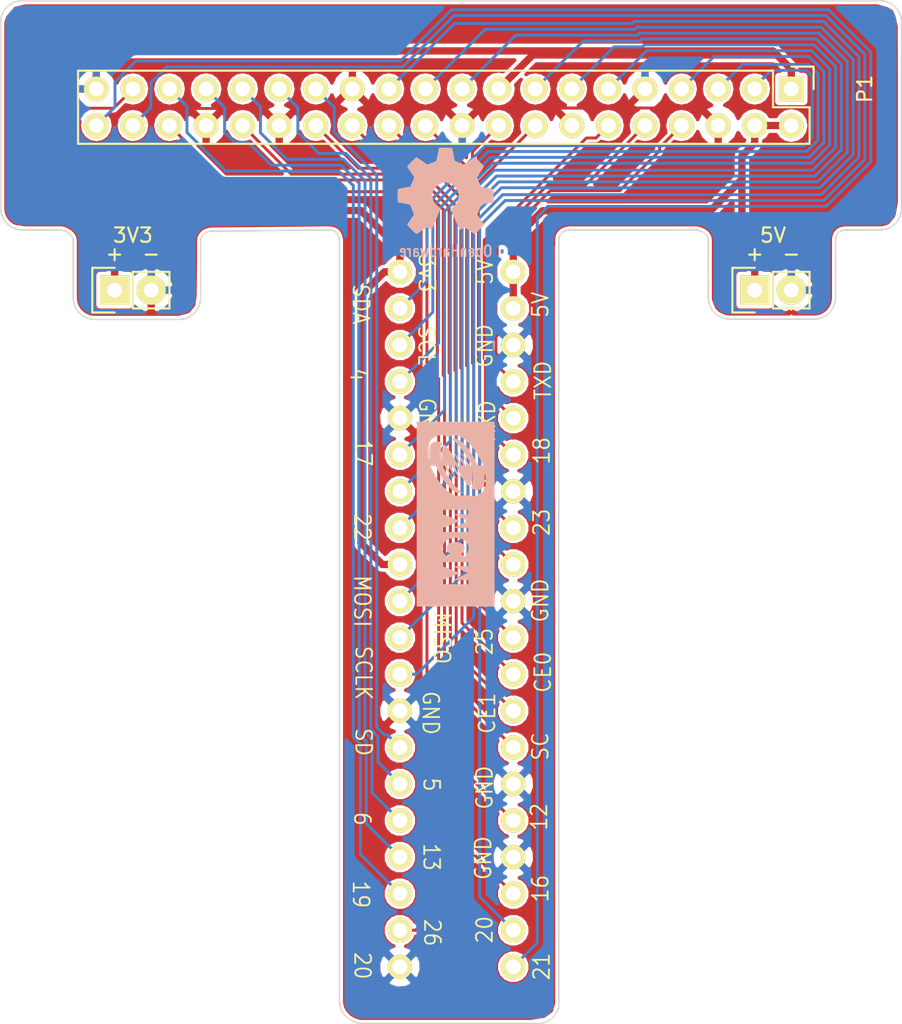
<source format=kicad_pcb>
(kicad_pcb (version 4) (host pcbnew "(2015-07-30 BZR 6023, Git cb629e0)-product")
  (layers (0 F.Cu signal) (31 B.Cu signal) (34 B.Paste user hide) (35 F.Paste user hide) (36 B.SilkS user) (37 F.SilkS user) (38 B.Mask user) (39 F.Mask user) (44 Edge.Cuts user))
  (net 0 "")
  (net 1 /3V3)
  (net 2 +5V)
  (net 3 /SDA)
  (net 4 /SCL)
  (net 5 GND)
  (net 6 /BCM4)
  (net 7 /TXD)
  (net 8 /RXD)
  (net 9 /BCM17)
  (net 10 /BCM18)
  (net 11 /BCM27)
  (net 12 /BCM22)
  (net 13 /BCM23)
  (net 14 /BCM24)
  (net 15 /MOSI)
  (net 16 /MISO)
  (net 17 /BVM25)
  (net 18 /SCLK)
  (net 19 /CE0)
  (net 20 /CE1)
  (net 21 /SD)
  (net 22 /IDSC)
  (net 23 /BCM5)
  (net 24 /BVM6)
  (net 25 /BCM12)
  (net 26 /BCM13)
  (net 27 /BCM19)
  (net 28 /BCM16)
  (net 29 /BCM26)
  (net 30 /BCM20)
  (net 31 /BCM21)
  (module Pin_Headers:BreadBrd-GPIO+ (layer F.Cu) (at 144.272 71.12)
    (fp_text reference P2 hide)
    (fp_text value PI-GPIO+ hide)
    (pad 1 thru_hole circle (at 0 0) (size 1.7 1.7) (drill 1.016) (layers *.Cu *.Mask F.SilkS) (net 1 /3V3))
    (pad 2 thru_hole circle (at 7.87 0) (size 1.7 1.7) (drill 1.016) (layers *.Cu *.Mask F.SilkS) (net 2 +5V))
    (pad 3 thru_hole circle (at 0 2.54) (size 1.7 1.7) (drill 1.016) (layers *.Cu *.Mask F.SilkS) (net 3 /SDA))
    (pad 4 thru_hole circle (at 7.87 2.54) (size 1.7 1.7) (drill 1.016) (layers *.Cu *.Mask F.SilkS) (net 2 +5V))
    (pad 5 thru_hole circle (at 0 5.08) (size 1.7 1.7) (drill 1.016) (layers *.Cu *.Mask F.SilkS) (net 4 /SCL))
    (pad 6 thru_hole circle (at 7.87 5.08) (size 1.7 1.7) (drill 1.016) (layers *.Cu *.Mask F.SilkS) (net 5 GND))
    (pad 7 thru_hole circle (at 0 7.62) (size 1.7 1.7) (drill 1.016) (layers *.Cu *.Mask F.SilkS) (net 6 /BCM4))
    (pad 8 thru_hole circle (at 7.87 7.62) (size 1.7 1.7) (drill 1.016) (layers *.Cu *.Mask F.SilkS) (net 7 /TXD))
    (pad 9 thru_hole circle (at 0 10.16) (size 1.7 1.7) (drill 1.016) (layers *.Cu *.Mask F.SilkS) (net 5 GND))
    (pad 10 thru_hole circle (at 7.87 10.16) (size 1.7 1.7) (drill 1.016) (layers *.Cu *.Mask F.SilkS) (net 8 /RXD))
    (pad 11 thru_hole circle (at 0 12.7) (size 1.7 1.7) (drill 1.016) (layers *.Cu *.Mask F.SilkS) (net 9 /BCM17))
    (pad 12 thru_hole circle (at 7.87 12.7) (size 1.7 1.7) (drill 1.016) (layers *.Cu *.Mask F.SilkS) (net 10 /BCM18))
    (pad 13 thru_hole circle (at 0 15.24) (size 1.7 1.7) (drill 1.016) (layers *.Cu *.Mask F.SilkS) (net 11 /BCM27))
    (pad 14 thru_hole circle (at 7.87 15.24) (size 1.7 1.7) (drill 1.016) (layers *.Cu *.Mask F.SilkS) (net 5 GND))
    (pad 15 thru_hole circle (at 0 17.78) (size 1.7 1.7) (drill 1.016) (layers *.Cu *.Mask F.SilkS) (net 12 /BCM22))
    (pad 16 thru_hole circle (at 7.87 17.78) (size 1.7 1.7) (drill 1.016) (layers *.Cu *.Mask F.SilkS) (net 13 /BCM23))
    (pad 17 thru_hole circle (at 0 20.32) (size 1.7 1.7) (drill 1.016) (layers *.Cu *.Mask F.SilkS) (net 1 /3V3))
    (pad 18 thru_hole circle (at 7.87 20.32) (size 1.7 1.7) (drill 1.016) (layers *.Cu *.Mask F.SilkS) (net 14 /BCM24))
    (pad 19 thru_hole circle (at 0 22.86) (size 1.7 1.7) (drill 1.016) (layers *.Cu *.Mask F.SilkS) (net 15 /MOSI))
    (pad 20 thru_hole circle (at 7.87 22.86) (size 1.7 1.7) (drill 1.016) (layers *.Cu *.Mask F.SilkS) (net 5 GND))
    (pad 21 thru_hole circle (at 0 25.4) (size 1.7 1.7) (drill 1.016) (layers *.Cu *.Mask F.SilkS) (net 16 /MISO))
    (pad 22 thru_hole circle (at 7.87 25.4) (size 1.7 1.7) (drill 1.016) (layers *.Cu *.Mask F.SilkS) (net 17 /BVM25))
    (pad 23 thru_hole circle (at 0 27.94) (size 1.7 1.7) (drill 1.016) (layers *.Cu *.Mask F.SilkS) (net 18 /SCLK))
    (pad 24 thru_hole circle (at 7.87 27.94) (size 1.7 1.7) (drill 1.016) (layers *.Cu *.Mask F.SilkS) (net 19 /CE0))
    (pad 25 thru_hole circle (at 0 30.48) (size 1.7 1.7) (drill 1.016) (layers *.Cu *.Mask F.SilkS) (net 5 GND))
    (pad 26 thru_hole circle (at 7.87 30.48) (size 1.7 1.7) (drill 1.016) (layers *.Cu *.Mask F.SilkS) (net 20 /CE1))
    (pad 27 thru_hole circle (at 0 33.02) (size 1.7 1.7) (drill 1.016) (layers *.Cu *.Mask F.SilkS) (net 21 /SD))
    (pad 28 thru_hole circle (at 7.87 33.02) (size 1.7 1.7) (drill 1.016) (layers *.Cu *.Mask F.SilkS) (net 22 /IDSC))
    (pad 29 thru_hole circle (at 0 35.56) (size 1.7 1.7) (drill 1.016) (layers *.Cu *.Mask F.SilkS) (net 23 /BCM5))
    (pad 30 thru_hole circle (at 7.87 35.56) (size 1.7 1.7) (drill 1.016) (layers *.Cu *.Mask F.SilkS) (net 5 GND))
    (pad 31 thru_hole circle (at 0 38.1) (size 1.7 1.7) (drill 1.016) (layers *.Cu *.Mask F.SilkS) (net 24 /BVM6))
    (pad 32 thru_hole circle (at 7.87 38.1) (size 1.7 1.7) (drill 1.016) (layers *.Cu *.Mask F.SilkS) (net 25 /BCM12))
    (pad 33 thru_hole circle (at 0 40.64) (size 1.7 1.7) (drill 1.016) (layers *.Cu *.Mask F.SilkS) (net 26 /BCM13))
    (pad 34 thru_hole circle (at 7.87 40.64) (size 1.7 1.7) (drill 1.016) (layers *.Cu *.Mask F.SilkS) (net 5 GND))
    (pad 35 thru_hole circle (at 0 43.18) (size 1.7 1.7) (drill 1.016) (layers *.Cu *.Mask F.SilkS) (net 27 /BCM19))
    (pad 36 thru_hole circle (at 7.87 43.18) (size 1.7 1.7) (drill 1.016) (layers *.Cu *.Mask F.SilkS) (net 28 /BCM16))
    (pad 37 thru_hole circle (at 0 45.72) (size 1.7 1.7) (drill 1.016) (layers *.Cu *.Mask F.SilkS) (net 29 /BCM26))
    (pad 38 thru_hole circle (at 7.87 45.72) (size 1.7 1.7) (drill 1.016) (layers *.Cu *.Mask F.SilkS) (net 30 /BCM20))
    (pad 39 thru_hole circle (at 0 48.26) (size 1.7 1.7) (drill 1.016) (layers *.Cu *.Mask F.SilkS) (net 5 GND))
    (pad 40 thru_hole circle (at 7.87 48.26) (size 1.7 1.7) (drill 1.016) (layers *.Cu *.Mask F.SilkS) (net 31 /BCM21))
  )
  (module Pin_Headers:Pin_Header_Straight_2x20 (layer F.Cu) (at 171.45 58.42 270)
    (fp_text reference P1 (at 0 -5.1 270) (layer F.SilkS))
    (fp_text value PI-GPIO+)
    (pad 1 thru_hole rect (at 0 0 270) (size 1.7272 1.7272) (drill 1.016) (layers *.Cu *.Mask F.SilkS) (net 1 /3V3))
    (pad 2 thru_hole oval (at 2.54 0 270) (size 1.7272 1.7272) (drill 1.016) (layers *.Cu *.Mask F.SilkS) (net 2 +5V))
    (pad 3 thru_hole oval (at 0 2.54 270) (size 1.7272 1.7272) (drill 1.016) (layers *.Cu *.Mask F.SilkS) (net 3 /SDA))
    (pad 4 thru_hole oval (at 2.54 2.54 270) (size 1.7272 1.7272) (drill 1.016) (layers *.Cu *.Mask F.SilkS) (net 2 +5V))
    (pad 5 thru_hole oval (at 0 5.08 270) (size 1.7272 1.7272) (drill 1.016) (layers *.Cu *.Mask F.SilkS) (net 4 /SCL))
    (pad 6 thru_hole oval (at 2.54 5.08 270) (size 1.7272 1.7272) (drill 1.016) (layers *.Cu *.Mask F.SilkS) (net 5 GND))
    (pad 7 thru_hole oval (at 0 7.62 270) (size 1.7272 1.7272) (drill 1.016) (layers *.Cu *.Mask F.SilkS) (net 6 /BCM4))
    (pad 8 thru_hole oval (at 2.54 7.62 270) (size 1.7272 1.7272) (drill 1.016) (layers *.Cu *.Mask F.SilkS) (net 7 /TXD))
    (pad 9 thru_hole oval (at 0 10.16 270) (size 1.7272 1.7272) (drill 1.016) (layers *.Cu *.Mask F.SilkS) (net 5 GND))
    (pad 10 thru_hole oval (at 2.54 10.16 270) (size 1.7272 1.7272) (drill 1.016) (layers *.Cu *.Mask F.SilkS) (net 8 /RXD))
    (pad 11 thru_hole oval (at 0 12.7 270) (size 1.7272 1.7272) (drill 1.016) (layers *.Cu *.Mask F.SilkS) (net 9 /BCM17))
    (pad 12 thru_hole oval (at 2.54 12.7 270) (size 1.7272 1.7272) (drill 1.016) (layers *.Cu *.Mask F.SilkS) (net 10 /BCM18))
    (pad 13 thru_hole oval (at 0 15.24 270) (size 1.7272 1.7272) (drill 1.016) (layers *.Cu *.Mask F.SilkS) (net 11 /BCM27))
    (pad 14 thru_hole oval (at 2.54 15.24 270) (size 1.7272 1.7272) (drill 1.016) (layers *.Cu *.Mask F.SilkS) (net 5 GND))
    (pad 15 thru_hole oval (at 0 17.78 270) (size 1.7272 1.7272) (drill 1.016) (layers *.Cu *.Mask F.SilkS) (net 12 /BCM22))
    (pad 16 thru_hole oval (at 2.54 17.78 270) (size 1.7272 1.7272) (drill 1.016) (layers *.Cu *.Mask F.SilkS) (net 13 /BCM23))
    (pad 17 thru_hole oval (at 0 20.32 270) (size 1.7272 1.7272) (drill 1.016) (layers *.Cu *.Mask F.SilkS) (net 1 /3V3))
    (pad 18 thru_hole oval (at 2.54 20.32 270) (size 1.7272 1.7272) (drill 1.016) (layers *.Cu *.Mask F.SilkS) (net 14 /BCM24))
    (pad 19 thru_hole oval (at 0 22.86 270) (size 1.7272 1.7272) (drill 1.016) (layers *.Cu *.Mask F.SilkS) (net 15 /MOSI))
    (pad 20 thru_hole oval (at 2.54 22.86 270) (size 1.7272 1.7272) (drill 1.016) (layers *.Cu *.Mask F.SilkS) (net 5 GND))
    (pad 21 thru_hole oval (at 0 25.4 270) (size 1.7272 1.7272) (drill 1.016) (layers *.Cu *.Mask F.SilkS) (net 16 /MISO))
    (pad 22 thru_hole oval (at 2.54 25.4 270) (size 1.7272 1.7272) (drill 1.016) (layers *.Cu *.Mask F.SilkS) (net 17 /BVM25))
    (pad 23 thru_hole oval (at 0 27.94 270) (size 1.7272 1.7272) (drill 1.016) (layers *.Cu *.Mask F.SilkS) (net 18 /SCLK))
    (pad 24 thru_hole oval (at 2.54 27.94 270) (size 1.7272 1.7272) (drill 1.016) (layers *.Cu *.Mask F.SilkS) (net 19 /CE0))
    (pad 25 thru_hole oval (at 0 30.48 270) (size 1.7272 1.7272) (drill 1.016) (layers *.Cu *.Mask F.SilkS) (net 5 GND))
    (pad 26 thru_hole oval (at 2.54 30.48 270) (size 1.7272 1.7272) (drill 1.016) (layers *.Cu *.Mask F.SilkS) (net 20 /CE1))
    (pad 27 thru_hole oval (at 0 33.02 270) (size 1.7272 1.7272) (drill 1.016) (layers *.Cu *.Mask F.SilkS) (net 21 /SD))
    (pad 28 thru_hole oval (at 2.54 33.02 270) (size 1.7272 1.7272) (drill 1.016) (layers *.Cu *.Mask F.SilkS) (net 22 /IDSC))
    (pad 29 thru_hole oval (at 0 35.56 270) (size 1.7272 1.7272) (drill 1.016) (layers *.Cu *.Mask F.SilkS) (net 23 /BCM5))
    (pad 30 thru_hole oval (at 2.54 35.56 270) (size 1.7272 1.7272) (drill 1.016) (layers *.Cu *.Mask F.SilkS) (net 5 GND))
    (pad 31 thru_hole oval (at 0 38.1 270) (size 1.7272 1.7272) (drill 1.016) (layers *.Cu *.Mask F.SilkS) (net 24 /BVM6))
    (pad 32 thru_hole oval (at 2.54 38.1 270) (size 1.7272 1.7272) (drill 1.016) (layers *.Cu *.Mask F.SilkS) (net 25 /BCM12))
    (pad 33 thru_hole oval (at 0 40.64 270) (size 1.7272 1.7272) (drill 1.016) (layers *.Cu *.Mask F.SilkS) (net 26 /BCM13))
    (pad 34 thru_hole oval (at 2.54 40.64 270) (size 1.7272 1.7272) (drill 1.016) (layers *.Cu *.Mask F.SilkS) (net 5 GND))
    (pad 35 thru_hole oval (at 0 43.18 270) (size 1.7272 1.7272) (drill 1.016) (layers *.Cu *.Mask F.SilkS) (net 27 /BCM19))
    (pad 36 thru_hole oval (at 2.54 43.18 270) (size 1.7272 1.7272) (drill 1.016) (layers *.Cu *.Mask F.SilkS) (net 28 /BCM16))
    (pad 37 thru_hole oval (at 0 45.72 270) (size 1.7272 1.7272) (drill 1.016) (layers *.Cu *.Mask F.SilkS) (net 29 /BCM26))
    (pad 38 thru_hole oval (at 2.54 45.72 270) (size 1.7272 1.7272) (drill 1.016) (layers *.Cu *.Mask F.SilkS) (net 30 /BCM20))
    (pad 39 thru_hole oval (at 0 48.26 270) (size 1.7272 1.7272) (drill 1.016) (layers *.Cu *.Mask F.SilkS) (net 5 GND))
    (pad 40 thru_hole oval (at 2.54 48.26 270) (size 1.7272 1.7272) (drill 1.016) (layers *.Cu *.Mask F.SilkS) (net 31 /BCM21))
  )
  (module Pin_Headers:Pin_Header_Straight_1x02 (layer F.Cu) (at 168.91 72.39)
    (fp_text reference P4 hide)
    (fp_text value 5V (at 1.27 -3.81) (layer F.SilkS))
    (fp_text user - (at 2.54 -2.54) (layer F.SilkS))
    (fp_text user + (at 0 -2.54) (layer F.SilkS))
    (pad 1 thru_hole rect (at 0 0 90) (size 2.032 2.032) (drill 1.016) (layers *.Cu *.Mask F.SilkS) (net 2 +5V))
    (pad 2 thru_hole oval (at 2.54 0 90) (size 2.032 2.032) (drill 1.016) (layers *.Cu *.Mask F.SilkS) (net 5 GND))
  )
  (module Pin_Headers:Pin_Header_Straight_1x02 (layer F.Cu) (at 124.46 72.39)
    (fp_text reference P3 hide)
    (fp_text value 3V3 (at 1.27 -3.81) (layer F.SilkS))
    (fp_text user - (at 2.54 -2.54) (layer F.SilkS))
    (fp_text user + (at 0 -2.54) (layer F.SilkS))
    (pad 1 thru_hole rect (at 0 0 90) (size 2.032 2.032) (drill 1.016) (layers *.Cu *.Mask F.SilkS) (net 1 /3V3))
    (pad 2 thru_hole oval (at 2.54 0 90) (size 2.032 2.032) (drill 1.016) (layers *.Cu *.Mask F.SilkS) (net 5 GND))
  )
  (module aLaMode_v3:OSHW_6mm (layer B.Cu) (at 147.447 65.4939 180)
    (fp_text reference G*** hide)
    (fp_text value LOGO hide)
    (fp_text user OpenHardware (at 0 -4.191 180) (layer B.SilkS) (effects (font (size 0.762 0.6096) (thickness 0.127)) (justify mirror)))
  )
  (module Serif-TPi_Lib:MCMLogo (layer B.Cu) (at 148.1328 87.9348 270)
    (fp_text reference G*** hide)
    (fp_text value LOGO hide)
  )
  (gr_line (start 141.5034 123.317) (end 153.797 123.317) (layer Edge.Cuts) (width 0.1))
  (gr_text GND (at 150.1521 76.2635 90) (layer F.SilkS) (effects (font (size 1.1 1) (thickness 0.127))))
  (gr_text RXD (at 150.3299 81.5086 90) (layer F.SilkS) (effects (font (size 1.1 1) (thickness 0.127))))
  (gr_text GND (at 150.241 86.3981 90) (layer F.SilkS) (effects (font (size 1.1 1) (thickness 0.127))))
  (gr_text 24 (at 150.241 91.3765 90) (layer F.SilkS) (effects (font (size 1.1 1) (thickness 0.127))))
  (gr_text 25 (at 150.1521 96.7994 90) (layer F.SilkS) (effects (font (size 1.1 1) (thickness 0.127))))
  (gr_text CE1 (at 150.3299 101.7778 90) (layer F.SilkS) (effects (font (size 1.1 1) (thickness 0.127))))
  (gr_text GND (at 150.1521 106.934 90) (layer F.SilkS) (effects (font (size 1.1 1) (thickness 0.127))))
  (gr_text GND (at 150.0632 111.8235 90) (layer F.SilkS) (effects (font (size 1.1 1) (thickness 0.127))))
  (gr_text 20 (at 150.1521 116.8019 90) (layer F.SilkS) (effects (font (size 1.1 1) (thickness 0.127))))
  (gr_text 21 (at 154.1145 119.3673 90) (layer F.SilkS) (effects (font (size 1.1 1) (thickness 0.127))))
  (gr_text 16 (at 154.0256 113.9444 90) (layer F.SilkS) (effects (font (size 1.1 1) (thickness 0.127))))
  (gr_text 12 (at 153.9367 108.966 90) (layer F.SilkS) (effects (font (size 1.1 1) (thickness 0.127))))
  (gr_text SC (at 154.0256 104.0765 90) (layer F.SilkS) (effects (font (size 1.1 1) (thickness 0.127))))
  (gr_text CE0 (at 154.2034 98.9203 90) (layer F.SilkS) (effects (font (size 1.1 1) (thickness 0.127))))
  (gr_text GND (at 154.0256 93.9419 90) (layer F.SilkS) (effects (font (size 1.1 1) (thickness 0.127))))
  (gr_text 23 (at 154.1145 88.519 90) (layer F.SilkS) (effects (font (size 1.1 1) (thickness 0.127))))
  (gr_text 18 (at 154.1145 83.5406 90) (layer F.SilkS) (effects (font (size 1.1 1) (thickness 0.127))))
  (gr_text TXD (at 154.2034 78.6511 90) (layer F.SilkS) (effects (font (size 1.1 1) (thickness 0.127))))
  (gr_text 5V (at 150.1648 71.12 90) (layer F.SilkS) (effects (font (size 1.1 1) (thickness 0.127))))
  (gr_text 5V (at 154.0256 73.406 90) (layer F.SilkS) (effects (font (size 1.1 1) (thickness 0.127))))
  (gr_text 19 (at 141.5669 114.3508 270) (layer F.SilkS) (effects (font (size 1.1 1) (thickness 0.127))))
  (gr_text 26 (at 146.5199 117.0051 270) (layer F.SilkS) (effects (font (size 1.1 1) (thickness 0.127))))
  (gr_text 13 (at 146.46402 111.75238 270) (layer F.SilkS) (effects (font (size 1.1 1) (thickness 0.127))))
  (gr_text 5 (at 146.46402 106.72318 270) (layer F.SilkS) (effects (font (size 1.1 1) (thickness 0.127))))
  (gr_text GND (at 146.40814 101.74986 270) (layer F.SilkS) (effects (font (size 1.1 1) (thickness 0.127))))
  (gr_text MISO (at 147.18792 96.55048 270) (layer F.SilkS) (effects (font (size 1.1 1) (thickness 0.127))))
  (gr_text 3v3 (at 146.35226 91.63558 270) (layer F.SilkS) (effects (font (size 1.1 1) (thickness 0.127))))
  (gr_text 20 (at 141.6685 119.3038 270) (layer F.SilkS) (effects (font (size 1.1 1) (thickness 0.127))))
  (gr_text 6 (at 141.6558 109.1057 270) (layer F.SilkS) (effects (font (size 1.1 1) (thickness 0.127))))
  (gr_text SD (at 141.7447 103.7717 270) (layer F.SilkS) (effects (font (size 1.1 1) (thickness 0.127))))
  (gr_text SCLK (at 141.7447 98.9711 270) (layer F.SilkS) (effects (font (size 1.1 1) (thickness 0.127))))
  (gr_text MOSI (at 141.6558 93.9927 270) (layer F.SilkS) (effects (font (size 1.1 1) (thickness 0.127))))
  (gr_text 22 (at 141.6558 88.8365 270) (layer F.SilkS) (effects (font (size 1.1 1) (thickness 0.127))))
  (gr_text 17 (at 141.7447 83.6803 270) (layer F.SilkS) (effects (font (size 1.1 1) (thickness 0.127))))
  (gr_text 27 (at 146.431 86.5759 270) (layer F.SilkS) (effects (font (size 1.1 1) (thickness 0.127))))
  (gr_text 4 (at 141.3891 78.2574 270) (layer F.SilkS) (effects (font (size 1.1 1) (thickness 0.127))))
  (gr_text GND (at 146.15668 81.3816 270) (layer F.SilkS) (effects (font (size 1.1 1) (thickness 0.127))))
  (gr_text SDA (at 141.5669 73.3679 270) (layer F.SilkS) (effects (font (size 1.1 1) (thickness 0.127))))
  (gr_text SCL (at 146.10334 76.22794 270) (layer F.SilkS) (effects (font (size 1.1 1) (thickness 0.127))))
  (gr_text 3v3 (at 146.13382 71.21398 270) (layer F.SilkS) (effects (font (size 1.1 1) (thickness 0.127))))
  (gr_line (start 118.050447 52.292068) (end 118.050447 52.292068) (layer Edge.Cuts) (width 0.1))
  (gr_line (start 121.732821 52.291955) (end 118.050447 52.292068) (layer Edge.Cuts) (width 0.1))
  (gr_line (start 125.415215 52.291955) (end 121.732821 52.291955) (layer Edge.Cuts) (width 0.1))
  (gr_line (start 129.097608 52.291955) (end 125.415215 52.291955) (layer Edge.Cuts) (width 0.1))
  (gr_line (start 132.780002 52.291955) (end 129.097608 52.291955) (layer Edge.Cuts) (width 0.1))
  (gr_line (start 136.462395 52.291955) (end 132.780002 52.291955) (layer Edge.Cuts) (width 0.1))
  (gr_line (start 140.144789 52.291955) (end 136.462395 52.291955) (layer Edge.Cuts) (width 0.1))
  (gr_line (start 143.827183 52.291955) (end 140.144789 52.291955) (layer Edge.Cuts) (width 0.1))
  (gr_line (start 147.509577 52.291955) (end 143.827183 52.291955) (layer Edge.Cuts) (width 0.1))
  (gr_line (start 151.191971 52.291955) (end 147.509577 52.291955) (layer Edge.Cuts) (width 0.1))
  (gr_line (start 154.874364 52.291955) (end 151.191971 52.291955) (layer Edge.Cuts) (width 0.1))
  (gr_line (start 158.556757 52.291955) (end 154.874364 52.291955) (layer Edge.Cuts) (width 0.1))
  (gr_line (start 162.23915 52.291955) (end 158.556757 52.291955) (layer Edge.Cuts) (width 0.1))
  (gr_line (start 167.1778 52.291955) (end 162.23915 52.291955) (layer Edge.Cuts) (width 0.1))
  (gr_line (start 170.23894 52.291955) (end 166.556546 52.291955) (layer Edge.Cuts) (width 0.1))
  (gr_line (start 173.921333 52.291955) (end 170.23894 52.291955) (layer Edge.Cuts) (width 0.1))
  (gr_line (start 177.603726 52.291955) (end 173.921333 52.291955) (layer Edge.Cuts) (width 0.1))
  (gr_line (start 177.757515 52.29966) (end 177.603726 52.291955) (layer Edge.Cuts) (width 0.1))
  (gr_line (start 177.906762 52.322322) (end 177.757515 52.29966) (layer Edge.Cuts) (width 0.1))
  (gr_line (start 178.050724 52.359161) (end 177.906762 52.322322) (layer Edge.Cuts) (width 0.1))
  (gr_line (start 178.188657 52.409453) (end 178.050724 52.359161) (layer Edge.Cuts) (width 0.1))
  (gr_line (start 178.319823 52.472448) (end 178.188657 52.409453) (layer Edge.Cuts) (width 0.1))
  (gr_line (start 178.443475 52.547411) (end 178.319823 52.472448) (layer Edge.Cuts) (width 0.1))
  (gr_line (start 178.558876 52.633596) (end 178.443475 52.547411) (layer Edge.Cuts) (width 0.1))
  (gr_line (start 178.66528 52.730263) (end 178.558876 52.633596) (layer Edge.Cuts) (width 0.1))
  (gr_line (start 178.761943 52.836667) (end 178.66528 52.730263) (layer Edge.Cuts) (width 0.1))
  (gr_line (start 178.848128 52.952067) (end 178.761943 52.836667) (layer Edge.Cuts) (width 0.1))
  (gr_line (start 178.923092 53.07572) (end 178.848128 52.952067) (layer Edge.Cuts) (width 0.1))
  (gr_line (start 178.98609 53.206886) (end 178.923092 53.07572) (layer Edge.Cuts) (width 0.1))
  (gr_line (start 179.036379 53.344819) (end 178.98609 53.206886) (layer Edge.Cuts) (width 0.1))
  (gr_line (start 179.073218 53.488781) (end 179.036379 53.344819) (layer Edge.Cuts) (width 0.1))
  (gr_line (start 179.09588 53.638028) (end 179.073218 53.488781) (layer Edge.Cuts) (width 0.1))
  (gr_line (start 179.103585 53.791817) (end 179.09588 53.638028) (layer Edge.Cuts) (width 0.1))
  (gr_line (start 179.103585 54.599209) (end 179.103585 53.791817) (layer Edge.Cuts) (width 0.1))
  (gr_line (start 179.103585 55.406602) (end 179.103585 54.599209) (layer Edge.Cuts) (width 0.1))
  (gr_line (start 179.103585 56.213995) (end 179.103585 55.406602) (layer Edge.Cuts) (width 0.1))
  (gr_line (start 179.103585 57.021387) (end 179.103585 56.213995) (layer Edge.Cuts) (width 0.1))
  (gr_line (start 179.103585 57.82878) (end 179.103585 57.021387) (layer Edge.Cuts) (width 0.1))
  (gr_line (start 179.103585 58.636172) (end 179.103585 57.82878) (layer Edge.Cuts) (width 0.1))
  (gr_line (start 179.103585 59.443565) (end 179.103585 58.636172) (layer Edge.Cuts) (width 0.1))
  (gr_line (start 179.103585 60.250955) (end 179.103585 59.443565) (layer Edge.Cuts) (width 0.1))
  (gr_line (start 179.103585 61.058347) (end 179.103585 60.250955) (layer Edge.Cuts) (width 0.1))
  (gr_line (start 179.103585 61.86574) (end 179.103585 61.058347) (layer Edge.Cuts) (width 0.1))
  (gr_line (start 179.103585 62.673133) (end 179.103585 61.86574) (layer Edge.Cuts) (width 0.1))
  (gr_line (start 179.103585 63.480525) (end 179.103585 62.673133) (layer Edge.Cuts) (width 0.1))
  (gr_line (start 179.103585 64.287918) (end 179.103585 63.480525) (layer Edge.Cuts) (width 0.1))
  (gr_line (start 179.103585 65.095311) (end 179.103585 64.287918) (layer Edge.Cuts) (width 0.1))
  (gr_line (start 179.103585 65.902703) (end 179.103585 65.095311) (layer Edge.Cuts) (width 0.1))
  (gr_line (start 179.103585 66.710096) (end 179.103585 65.902703) (layer Edge.Cuts) (width 0.1))
  (gr_line (start 179.09588 66.863884) (end 179.103585 66.710096) (layer Edge.Cuts) (width 0.1))
  (gr_line (start 179.073218 67.013132) (end 179.09588 66.863884) (layer Edge.Cuts) (width 0.1))
  (gr_line (start 179.036379 67.157093) (end 179.073218 67.013132) (layer Edge.Cuts) (width 0.1))
  (gr_line (start 178.98609 67.295027) (end 179.036379 67.157093) (layer Edge.Cuts) (width 0.1))
  (gr_line (start 178.923092 67.426192) (end 178.98609 67.295027) (layer Edge.Cuts) (width 0.1))
  (gr_line (start 178.848128 67.549845) (end 178.923092 67.426192) (layer Edge.Cuts) (width 0.1))
  (gr_line (start 178.761943 67.665246) (end 178.848128 67.549845) (layer Edge.Cuts) (width 0.1))
  (gr_line (start 178.66528 67.771649) (end 178.761943 67.665246) (layer Edge.Cuts) (width 0.1))
  (gr_line (start 178.558876 67.868316) (end 178.66528 67.771649) (layer Edge.Cuts) (width 0.1))
  (gr_line (start 178.443475 67.954501) (end 178.558876 67.868316) (layer Edge.Cuts) (width 0.1))
  (gr_line (start 178.319823 68.029465) (end 178.443475 67.954501) (layer Edge.Cuts) (width 0.1))
  (gr_line (start 178.188657 68.09246) (end 178.319823 68.029465) (layer Edge.Cuts) (width 0.1))
  (gr_line (start 178.050724 68.142752) (end 178.188657 68.09246) (layer Edge.Cuts) (width 0.1))
  (gr_line (start 177.906762 68.17959) (end 178.050724 68.142752) (layer Edge.Cuts) (width 0.1))
  (gr_line (start 177.757515 68.202253) (end 177.906762 68.17959) (layer Edge.Cuts) (width 0.1))
  (gr_line (start 177.603726 68.209957) (end 177.757515 68.202253) (layer Edge.Cuts) (width 0.1))
  (gr_line (start 177.46198 68.209957) (end 177.603726 68.209957) (layer Edge.Cuts) (width 0.1))
  (gr_line (start 177.320234 68.209957) (end 177.46198 68.209957) (layer Edge.Cuts) (width 0.1))
  (gr_line (start 177.178485 68.209957) (end 177.320234 68.209957) (layer Edge.Cuts) (width 0.1))
  (gr_line (start 177.036739 68.209957) (end 177.178485 68.209957) (layer Edge.Cuts) (width 0.1))
  (gr_line (start 176.894993 68.209957) (end 177.036739 68.209957) (layer Edge.Cuts) (width 0.1))
  (gr_line (start 176.753247 68.209957) (end 176.894993 68.209957) (layer Edge.Cuts) (width 0.1))
  (gr_line (start 176.6115 68.209957) (end 176.753247 68.209957) (layer Edge.Cuts) (width 0.1))
  (gr_line (start 176.469751 68.209957) (end 176.6115 68.209957) (layer Edge.Cuts) (width 0.1))
  (gr_line (start 176.328005 68.209957) (end 176.469751 68.209957) (layer Edge.Cuts) (width 0.1))
  (gr_line (start 176.186259 68.209957) (end 176.328005 68.209957) (layer Edge.Cuts) (width 0.1))
  (gr_line (start 176.044513 68.209957) (end 176.186259 68.209957) (layer Edge.Cuts) (width 0.1))
  (gr_line (start 175.902767 68.209957) (end 176.044513 68.209957) (layer Edge.Cuts) (width 0.1))
  (gr_line (start 175.761021 68.209957) (end 175.902767 68.209957) (layer Edge.Cuts) (width 0.1))
  (gr_line (start 175.619272 68.209957) (end 175.761021 68.209957) (layer Edge.Cuts) (width 0.1))
  (gr_line (start 175.477526 68.209957) (end 175.619272 68.209957) (layer Edge.Cuts) (width 0.1))
  (gr_line (start 175.33578 68.209957) (end 175.477526 68.209957) (layer Edge.Cuts) (width 0.1))
  (gr_line (start 175.20716 68.210087) (end 175.33578 68.209957) (layer Edge.Cuts) (width 0.1))
  (gr_line (start 175.09275 68.221489) (end 175.20716 68.210087) (layer Edge.Cuts) (width 0.1))
  (gr_line (start 174.991734 68.243023) (end 175.09275 68.221489) (layer Edge.Cuts) (width 0.1))
  (gr_line (start 174.9033 68.273607) (end 174.991734 68.243023) (layer Edge.Cuts) (width 0.1))
  (gr_line (start 174.826628 68.312122) (end 174.9033 68.273607) (layer Edge.Cuts) (width 0.1))
  (gr_line (start 174.760904 68.357452) (end 174.826628 68.312122) (layer Edge.Cuts) (width 0.1))
  (gr_line (start 174.705312 68.408492) (end 174.760904 68.357452) (layer Edge.Cuts) (width 0.1))
  (gr_line (start 174.659036 68.46413) (end 174.705312 68.408492) (layer Edge.Cuts) (width 0.1))
  (gr_line (start 174.621261 68.523252) (end 174.659036 68.46413) (layer Edge.Cuts) (width 0.1))
  (gr_line (start 174.59117 68.584751) (end 174.621261 68.523252) (layer Edge.Cuts) (width 0.1))
  (gr_line (start 174.567943 68.647515) (end 174.59117 68.584751) (layer Edge.Cuts) (width 0.1))
  (gr_line (start 174.550784 68.710433) (end 174.567943 68.647515) (layer Edge.Cuts) (width 0.1))
  (gr_line (start 174.538846 68.772392) (end 174.550784 68.710433) (layer Edge.Cuts) (width 0.1))
  (gr_line (start 174.531339 68.832286) (end 174.538846 68.772392) (layer Edge.Cuts) (width 0.1))
  (gr_line (start 174.527416 68.888998) (end 174.531339 68.832286) (layer Edge.Cuts) (width 0.1))
  (gr_line (start 174.526287 68.941421) (end 174.527416 68.888998) (layer Edge.Cuts) (width 0.1))
  (gr_line (start 174.526287 69.506588) (end 174.526287 68.941421) (layer Edge.Cuts) (width 0.1))
  (gr_line (start 174.526287 70.071758) (end 174.526287 69.506588) (layer Edge.Cuts) (width 0.1))
  (gr_line (start 174.526287 70.636925) (end 174.526287 70.071758) (layer Edge.Cuts) (width 0.1))
  (gr_line (start 174.526287 71.202091) (end 174.526287 70.636925) (layer Edge.Cuts) (width 0.1))
  (gr_line (start 174.526287 71.767261) (end 174.526287 71.202091) (layer Edge.Cuts) (width 0.1))
  (gr_line (start 174.526287 72.332428) (end 174.526287 71.767261) (layer Edge.Cuts) (width 0.1))
  (gr_line (start 174.526287 72.897598) (end 174.526287 72.332428) (layer Edge.Cuts) (width 0.1))
  (gr_line (start 174.518555 73.057903) (end 174.526287 72.904109) (layer Edge.Cuts) (width 0.1))
  (gr_line (start 174.495892 73.207167) (end 174.518555 73.057903) (layer Edge.Cuts) (width 0.1))
  (gr_line (start 174.459025 73.351157) (end 174.495892 73.207167) (layer Edge.Cuts) (width 0.1))
  (gr_line (start 174.4087 73.489124) (end 174.459025 73.351157) (layer Edge.Cuts) (width 0.1))
  (gr_line (start 174.34566 73.620332) (end 174.4087 73.489124) (layer Edge.Cuts) (width 0.1))
  (gr_line (start 174.270651 73.744033) (end 174.34566 73.620332) (layer Edge.Cuts) (width 0.1))
  (gr_line (start 174.184418 73.859482) (end 174.270651 73.744033) (layer Edge.Cuts) (width 0.1))
  (gr_line (start 174.0877 73.965936) (end 174.184418 73.859482) (layer Edge.Cuts) (width 0.1))
  (gr_line (start 173.981246 74.062654) (end 174.0877 73.965936) (layer Edge.Cuts) (width 0.1))
  (gr_line (start 173.865794 74.148889) (end 173.981246 74.062654) (layer Edge.Cuts) (width 0.1))
  (gr_line (start 173.742096 74.223898) (end 173.865794 74.148889) (layer Edge.Cuts) (width 0.1))
  (gr_line (start 173.610888 74.286936) (end 173.742096 74.223898) (layer Edge.Cuts) (width 0.1))
  (gr_line (start 173.472918 74.337261) (end 173.610888 74.286936) (layer Edge.Cuts) (width 0.1))
  (gr_line (start 173.328931 74.374128) (end 173.472918 74.337261) (layer Edge.Cuts) (width 0.1))
  (gr_line (start 173.179667 74.396791) (end 173.328931 74.374128) (layer Edge.Cuts) (width 0.1))
  (gr_line (start 173.025873 74.404523) (end 173.179667 74.396791) (layer Edge.Cuts) (width 0.1))
  (gr_line (start 172.660728 74.404523) (end 173.025873 74.404523) (layer Edge.Cuts) (width 0.1))
  (gr_line (start 172.29558 74.404523) (end 172.660728 74.404523) (layer Edge.Cuts) (width 0.1))
  (gr_line (start 171.930436 74.404523) (end 172.29558 74.404523) (layer Edge.Cuts) (width 0.1))
  (gr_line (start 171.565288 74.404523) (end 171.930436 74.404523) (layer Edge.Cuts) (width 0.1))
  (gr_line (start 171.200143 74.404523) (end 171.565288 74.404523) (layer Edge.Cuts) (width 0.1))
  (gr_line (start 170.834999 74.404523) (end 171.200143 74.404523) (layer Edge.Cuts) (width 0.1))
  (gr_line (start 170.469851 74.404523) (end 170.834999 74.404523) (layer Edge.Cuts) (width 0.1))
  (gr_line (start 170.104706 74.404523) (end 170.469851 74.404523) (layer Edge.Cuts) (width 0.1))
  (gr_line (start 169.739561 74.404523) (end 170.104706 74.404523) (layer Edge.Cuts) (width 0.1))
  (gr_line (start 169.374414 74.404523) (end 169.739561 74.404523) (layer Edge.Cuts) (width 0.1))
  (gr_line (start 169.009269 74.404523) (end 169.374414 74.404523) (layer Edge.Cuts) (width 0.1))
  (gr_line (start 168.644122 74.404523) (end 169.009269 74.404523) (layer Edge.Cuts) (width 0.1))
  (gr_line (start 168.278977 74.404523) (end 168.644122 74.404523) (layer Edge.Cuts) (width 0.1))
  (gr_line (start 167.913832 74.404523) (end 168.278977 74.404523) (layer Edge.Cuts) (width 0.1))
  (gr_line (start 167.548684 74.404523) (end 167.913832 74.404523) (layer Edge.Cuts) (width 0.1))
  (gr_line (start 167.18354 74.404523) (end 167.548684 74.404523) (layer Edge.Cuts) (width 0.1))
  (gr_line (start 167.029751 74.396791) (end 167.18354 74.404523) (layer Edge.Cuts) (width 0.1))
  (gr_line (start 166.880506 74.374128) (end 167.029751 74.396791) (layer Edge.Cuts) (width 0.1))
  (gr_line (start 166.736545 74.337261) (end 166.880506 74.374128) (layer Edge.Cuts) (width 0.1))
  (gr_line (start 166.598609 74.286936) (end 166.736545 74.337261) (layer Edge.Cuts) (width 0.1))
  (gr_line (start 166.467446 74.223898) (end 166.598609 74.286936) (layer Edge.Cuts) (width 0.1))
  (gr_line (start 166.34379 74.148889) (end 166.467446 74.223898) (layer Edge.Cuts) (width 0.1))
  (gr_line (start 166.228392 74.062654) (end 166.34379 74.148889) (layer Edge.Cuts) (width 0.1))
  (gr_line (start 166.121986 73.965936) (end 166.228392 74.062654) (layer Edge.Cuts) (width 0.1))
  (gr_line (start 166.025322 73.859482) (end 166.121986 73.965936) (layer Edge.Cuts) (width 0.1))
  (gr_line (start 165.939137 73.744033) (end 166.025322 73.859482) (layer Edge.Cuts) (width 0.1))
  (gr_line (start 165.864173 73.620332) (end 165.939137 73.744033) (layer Edge.Cuts) (width 0.1))
  (gr_line (start 165.801179 73.489124) (end 165.864173 73.620332) (layer Edge.Cuts) (width 0.1))
  (gr_line (start 165.750887 73.351157) (end 165.801179 73.489124) (layer Edge.Cuts) (width 0.1))
  (gr_line (start 165.714048 73.207167) (end 165.750887 73.351157) (layer Edge.Cuts) (width 0.1))
  (gr_line (start 165.691386 73.057903) (end 165.714048 73.207167) (layer Edge.Cuts) (width 0.1))
  (gr_line (start 165.683681 72.904109) (end 165.691386 73.057903) (layer Edge.Cuts) (width 0.1))
  (gr_line (start 165.683681 72.332428) (end 165.683681 72.897598) (layer Edge.Cuts) (width 0.1))
  (gr_line (start 165.683681 71.767261) (end 165.683681 72.332428) (layer Edge.Cuts) (width 0.1))
  (gr_line (start 165.683681 71.202091) (end 165.683681 71.767261) (layer Edge.Cuts) (width 0.1))
  (gr_line (start 165.683681 70.636925) (end 165.683681 71.202091) (layer Edge.Cuts) (width 0.1))
  (gr_line (start 165.683681 70.071758) (end 165.683681 70.636925) (layer Edge.Cuts) (width 0.1))
  (gr_line (start 165.683681 69.506588) (end 165.683681 70.071758) (layer Edge.Cuts) (width 0.1))
  (gr_line (start 165.683681 68.941421) (end 165.683681 69.506588) (layer Edge.Cuts) (width 0.1))
  (gr_line (start 165.681705 68.89081) (end 165.683681 68.941421) (layer Edge.Cuts) (width 0.1))
  (gr_line (start 165.675299 68.839053) (end 165.681705 68.89081) (layer Edge.Cuts) (width 0.1))
  (gr_line (start 165.664067 68.786537) (end 165.675299 68.839053) (layer Edge.Cuts) (width 0.1))
  (gr_line (start 165.647585 68.733643) (end 165.664067 68.786537) (layer Edge.Cuts) (width 0.1))
  (gr_line (start 165.625374 68.68076) (end 165.647585 68.733643) (layer Edge.Cuts) (width 0.1))
  (gr_line (start 165.596977 68.628276) (end 165.625374 68.68076) (layer Edge.Cuts) (width 0.1))
  (gr_line (start 165.56195 68.576567) (end 165.596977 68.628276) (layer Edge.Cuts) (width 0.1))
  (gr_line (start 165.519843 68.526029) (end 165.56195 68.576567) (layer Edge.Cuts) (width 0.1))
  (gr_line (start 165.470202 68.477041) (end 165.519843 68.526029) (layer Edge.Cuts) (width 0.1))
  (gr_line (start 165.412578 68.429989) (end 165.470202 68.477041) (layer Edge.Cuts) (width 0.1))
  (gr_line (start 165.346516 68.385263) (end 165.412578 68.429989) (layer Edge.Cuts) (width 0.1))
  (gr_line (start 165.271566 68.343242) (end 165.346516 68.385263) (layer Edge.Cuts) (width 0.1))
  (gr_line (start 165.187275 68.304318) (end 165.271566 68.343242) (layer Edge.Cuts) (width 0.1))
  (gr_line (start 165.09319 68.268871) (end 165.187275 68.304318) (layer Edge.Cuts) (width 0.1))
  (gr_line (start 164.988861 68.237291) (end 165.09319 68.268871) (layer Edge.Cuts) (width 0.1))
  (gr_line (start 164.873836 68.209971) (end 164.988861 68.237291) (layer Edge.Cuts) (width 0.1))
  (gr_line (start 164.345835 68.209971) (end 164.873836 68.209971) (layer Edge.Cuts) (width 0.1))
  (gr_line (start 163.182837 68.209971) (end 164.3778 68.209971) (layer Edge.Cuts) (width 0.1))
  (gr_line (start 162.654835 68.209971) (end 163.182837 68.209971) (layer Edge.Cuts) (width 0.1))
  (gr_line (start 162.126837 68.209971) (end 162.654835 68.209971) (layer Edge.Cuts) (width 0.1))
  (gr_line (start 161.598836 68.209971) (end 162.126837 68.209971) (layer Edge.Cuts) (width 0.1))
  (gr_line (start 161.070838 68.209971) (end 161.598836 68.209971) (layer Edge.Cuts) (width 0.1))
  (gr_line (start 160.542837 68.209971) (end 161.070838 68.209971) (layer Edge.Cuts) (width 0.1))
  (gr_line (start 160.014836 68.209971) (end 160.542837 68.209971) (layer Edge.Cuts) (width 0.1))
  (gr_line (start 159.486837 68.209971) (end 160.014836 68.209971) (layer Edge.Cuts) (width 0.1))
  (gr_line (start 158.958836 68.209971) (end 159.486837 68.209971) (layer Edge.Cuts) (width 0.1))
  (gr_line (start 158.430838 68.209971) (end 158.958836 68.209971) (layer Edge.Cuts) (width 0.1))
  (gr_line (start 157.902837 68.209971) (end 158.430838 68.209971) (layer Edge.Cuts) (width 0.1))
  (gr_line (start 157.374839 68.209971) (end 157.902837 68.209971) (layer Edge.Cuts) (width 0.1))
  (gr_line (start 156.846838 68.209971) (end 157.374839 68.209971) (layer Edge.Cuts) (width 0.1))
  (gr_line (start 156.1592 68.209971) (end 156.846838 68.209971) (layer Edge.Cuts) (width 0.1))
  (gr_line (start 156.024086 68.217253) (end 156.146438 68.209971) (layer Edge.Cuts) (width 0.1))
  (gr_line (start 155.913529 68.232973) (end 156.024086 68.217253) (layer Edge.Cuts) (width 0.1))
  (gr_line (start 155.814232 68.256341) (end 155.913529 68.232973) (layer Edge.Cuts) (width 0.1))
  (gr_line (start 155.725651 68.286485) (end 155.814232 68.256341) (layer Edge.Cuts) (width 0.1))
  (gr_line (start 155.647252 68.322587) (end 155.725651 68.286485) (layer Edge.Cuts) (width 0.1))
  (gr_line (start 155.578494 68.363816) (end 155.647252 68.322587) (layer Edge.Cuts) (width 0.1))
  (gr_line (start 155.518838 68.409342) (end 155.578494 68.363816) (layer Edge.Cuts) (width 0.1))
  (gr_line (start 155.46775 68.458333) (end 155.518838 68.409342) (layer Edge.Cuts) (width 0.1))
  (gr_line (start 155.424689 68.509957) (end 155.46775 68.458333) (layer Edge.Cuts) (width 0.1))
  (gr_line (start 155.389115 68.563384) (end 155.424689 68.509957) (layer Edge.Cuts) (width 0.1))
  (gr_line (start 155.360492 68.617785) (end 155.389115 68.563384) (layer Edge.Cuts) (width 0.1))
  (gr_line (start 155.338281 68.672328) (end 155.360492 68.617785) (layer Edge.Cuts) (width 0.1))
  (gr_line (start 155.32194 68.726181) (end 155.338281 68.672328) (layer Edge.Cuts) (width 0.1))
  (gr_line (start 155.310933 68.778511) (end 155.32194 68.726181) (layer Edge.Cuts) (width 0.1))
  (gr_line (start 155.304725 68.82849) (end 155.310933 68.778511) (layer Edge.Cuts) (width 0.1))
  (gr_line (start 155.302749 68.875288) (end 155.304725 68.82849) (layer Edge.Cuts) (width 0.1))
  (gr_line (start 155.302749 72.17996) (end 155.302749 68.875288) (layer Edge.Cuts) (width 0.1))
  (gr_line (start 155.302749 75.484636) (end 155.302749 72.17996) (layer Edge.Cuts) (width 0.1))
  (gr_line (start 155.302749 78.789309) (end 155.302749 75.484636) (layer Edge.Cuts) (width 0.1))
  (gr_line (start 155.302749 82.093981) (end 155.302749 78.789309) (layer Edge.Cuts) (width 0.1))
  (gr_line (start 155.302749 85.398657) (end 155.302749 82.093981) (layer Edge.Cuts) (width 0.1))
  (gr_line (start 155.302749 88.703329) (end 155.302749 85.398657) (layer Edge.Cuts) (width 0.1))
  (gr_line (start 155.302749 92.008002) (end 155.302749 88.703329) (layer Edge.Cuts) (width 0.1))
  (gr_line (start 155.302749 95.312675) (end 155.302749 92.008002) (layer Edge.Cuts) (width 0.1))
  (gr_line (start 155.302749 98.61735) (end 155.302749 95.312675) (layer Edge.Cuts) (width 0.1))
  (gr_line (start 155.302749 101.922023) (end 155.302749 98.61735) (layer Edge.Cuts) (width 0.1))
  (gr_line (start 155.302749 105.226695) (end 155.302749 101.922023) (layer Edge.Cuts) (width 0.1))
  (gr_line (start 155.302749 108.531368) (end 155.302749 105.226695) (layer Edge.Cuts) (width 0.1))
  (gr_line (start 155.302749 111.836049) (end 155.302749 108.531368) (layer Edge.Cuts) (width 0.1))
  (gr_line (start 155.302749 115.14073) (end 155.302749 111.836049) (layer Edge.Cuts) (width 0.1))
  (gr_line (start 155.302749 118.445383) (end 155.302749 115.14073) (layer Edge.Cuts) (width 0.1))
  (gr_line (start 155.302749 121.750064) (end 155.302749 118.445383) (layer Edge.Cuts) (width 0.1))
  (gr_line (start 155.2956 121.92) (end 155.302749 121.750064) (layer Edge.Cuts) (width 0.1))
  (gr_line (start 155.2956 122.1232) (end 155.2956 121.9454) (layer Edge.Cuts) (width 0.1))
  (gr_line (start 155.260887 122.273304) (end 155.297754 122.129314) (layer Edge.Cuts) (width 0.1))
  (gr_line (start 155.210561 122.411283) (end 155.260887 122.273304) (layer Edge.Cuts) (width 0.1))
  (gr_line (start 155.147524 122.542488) (end 155.210561 122.411283) (layer Edge.Cuts) (width 0.1))
  (gr_line (start 155.072515 122.666186) (end 155.147524 122.542488) (layer Edge.Cuts) (width 0.1))
  (gr_line (start 154.986279 122.781643) (end 155.072515 122.666186) (layer Edge.Cuts) (width 0.1))
  (gr_line (start 154.889562 122.888097) (end 154.986279 122.781643) (layer Edge.Cuts) (width 0.1))
  (gr_line (start 154.783107 122.984815) (end 154.889562 122.888097) (layer Edge.Cuts) (width 0.1))
  (gr_line (start 154.667659 123.071034) (end 154.783107 122.984815) (layer Edge.Cuts) (width 0.1))
  (gr_line (start 154.543958 123.146048) (end 154.667659 123.071034) (layer Edge.Cuts) (width 0.1))
  (gr_line (start 154.41275 123.209097) (end 154.543958 123.146048) (layer Edge.Cuts) (width 0.1))
  (gr_line (start 154.274783 123.259417) (end 154.41275 123.209097) (layer Edge.Cuts) (width 0.1))
  (gr_line (start 154.130793 123.296275) (end 154.274783 123.259417) (layer Edge.Cuts) (width 0.1))
  (gr_line (start 153.981528 123.318853) (end 154.130793 123.296275) (layer Edge.Cuts) (width 0.1))
  (gr_line (start 153.797 123.317) (end 154.0256 123.317) (layer Edge.Cuts) (width 0.1))
  (gr_line (start 141.3002 123.2662) (end 141.478 123.317) (layer Edge.Cuts) (width 0.1))
  (gr_line (start 141.150306 123.208617) (end 141.3002 123.2662) (layer Edge.Cuts) (width 0.1))
  (gr_line (start 141.012371 123.158297) (end 141.150306 123.208617) (layer Edge.Cuts) (width 0.1))
  (gr_line (start 140.881206 123.095248) (end 141.012371 123.158297) (layer Edge.Cuts) (width 0.1))
  (gr_line (start 140.757553 123.020234) (end 140.881206 123.095248) (layer Edge.Cuts) (width 0.1))
  (gr_line (start 140.642153 122.934015) (end 140.757553 123.020234) (layer Edge.Cuts) (width 0.1))
  (gr_line (start 140.535749 122.837297) (end 140.642153 122.934015) (layer Edge.Cuts) (width 0.1))
  (gr_line (start 140.439083 122.730843) (end 140.535749 122.837297) (layer Edge.Cuts) (width 0.1))
  (gr_line (start 140.352898 122.615386) (end 140.439083 122.730843) (layer Edge.Cuts) (width 0.1))
  (gr_line (start 140.252536 122.466288) (end 140.327498 122.589986) (layer Edge.Cuts) (width 0.1))
  (gr_line (start 140.189539 122.335083) (end 140.252536 122.466288) (layer Edge.Cuts) (width 0.1))
  (gr_line (start 140.139249 122.197104) (end 140.189539 122.335083) (layer Edge.Cuts) (width 0.1))
  (gr_line (start 140.102409 122.053114) (end 140.139249 122.197104) (layer Edge.Cuts) (width 0.1))
  (gr_line (start 140.07976 121.903847) (end 140.102409 122.053114) (layer Edge.Cuts) (width 0.1))
  (gr_line (start 140.072047 121.750064) (end 140.07976 121.903847) (layer Edge.Cuts) (width 0.1))
  (gr_line (start 140.072047 118.445383) (end 140.072047 121.750064) (layer Edge.Cuts) (width 0.1))
  (gr_line (start 140.072047 115.14073) (end 140.072047 118.445383) (layer Edge.Cuts) (width 0.1))
  (gr_line (start 140.072047 111.836049) (end 140.072047 115.14073) (layer Edge.Cuts) (width 0.1))
  (gr_line (start 140.072047 108.531368) (end 140.072047 111.836049) (layer Edge.Cuts) (width 0.1))
  (gr_line (start 140.072047 105.226695) (end 140.072047 108.531368) (layer Edge.Cuts) (width 0.1))
  (gr_line (start 140.072047 101.922023) (end 140.072047 105.226695) (layer Edge.Cuts) (width 0.1))
  (gr_line (start 140.072047 98.61735) (end 140.072047 101.922023) (layer Edge.Cuts) (width 0.1))
  (gr_line (start 140.072047 95.312677) (end 140.072047 98.61735) (layer Edge.Cuts) (width 0.1))
  (gr_line (start 140.072047 92.008002) (end 140.072047 95.312677) (layer Edge.Cuts) (width 0.1))
  (gr_line (start 140.072047 88.703329) (end 140.072047 92.008002) (layer Edge.Cuts) (width 0.1))
  (gr_line (start 140.072047 85.398657) (end 140.072047 88.703329) (layer Edge.Cuts) (width 0.1))
  (gr_line (start 140.072047 82.093981) (end 140.072047 85.398657) (layer Edge.Cuts) (width 0.1))
  (gr_line (start 140.072047 78.789309) (end 140.072047 82.093981) (layer Edge.Cuts) (width 0.1))
  (gr_line (start 140.072047 75.484636) (end 140.072047 78.789309) (layer Edge.Cuts) (width 0.1))
  (gr_line (start 140.072047 72.17996) (end 140.072047 75.484636) (layer Edge.Cuts) (width 0.1))
  (gr_line (start 140.072047 68.875288) (end 140.072047 72.17996) (layer Edge.Cuts) (width 0.1))
  (gr_line (start 140.054312 68.81619) (end 140.072047 68.875288) (layer Edge.Cuts) (width 0.1))
  (gr_line (start 140.037441 68.756661) (end 140.054312 68.81619) (layer Edge.Cuts) (width 0.1))
  (gr_line (start 140.020251 68.697293) (end 140.037441 68.756661) (layer Edge.Cuts) (width 0.1))
  (gr_line (start 140.001554 68.638675) (end 140.020251 68.697293) (layer Edge.Cuts) (width 0.1))
  (gr_line (start 139.980161 68.581407) (end 140.001554 68.638675) (layer Edge.Cuts) (width 0.1))
  (gr_line (start 139.954888 68.526077) (end 139.980161 68.581407) (layer Edge.Cuts) (width 0.1))
  (gr_line (start 139.92455 68.473282) (end 139.954888 68.526077) (layer Edge.Cuts) (width 0.1))
  (gr_line (start 139.887961 68.423614) (end 139.92455 68.473282) (layer Edge.Cuts) (width 0.1))
  (gr_line (start 139.843932 68.377662) (end 139.887961 68.423614) (layer Edge.Cuts) (width 0.1))
  (gr_line (start 139.791278 68.336023) (end 139.843932 68.377662) (layer Edge.Cuts) (width 0.1))
  (gr_line (start 139.728813 68.299292) (end 139.791278 68.336023) (layer Edge.Cuts) (width 0.1))
  (gr_line (start 139.65535 68.268058) (end 139.728813 68.299292) (layer Edge.Cuts) (width 0.1))
  (gr_line (start 139.569704 68.242912) (end 139.65535 68.268058) (layer Edge.Cuts) (width 0.1))
  (gr_line (start 139.470688 68.224455) (end 139.569704 68.242912) (layer Edge.Cuts) (width 0.1))
  (gr_line (start 139.357115 68.213279) (end 139.470688 68.224455) (layer Edge.Cuts) (width 0.1))
  (gr_line (start 139.227799 68.209977) (end 139.357115 68.213279) (layer Edge.Cuts) (width 0.1))
  (gr_line (start 138.737624 68.215142) (end 139.227799 68.209977) (layer Edge.Cuts) (width 0.1))
  (gr_line (start 138.247448 68.220306) (end 138.737624 68.215142) (layer Edge.Cuts) (width 0.1))
  (gr_line (start 137.757272 68.225471) (end 138.247448 68.220306) (layer Edge.Cuts) (width 0.1))
  (gr_line (start 137.267097 68.230636) (end 137.757272 68.225471) (layer Edge.Cuts) (width 0.1))
  (gr_line (start 136.776921 68.2358) (end 137.267097 68.230636) (layer Edge.Cuts) (width 0.1))
  (gr_line (start 136.286745 68.240965) (end 136.776921 68.2358) (layer Edge.Cuts) (width 0.1))
  (gr_line (start 135.796569 68.24613) (end 136.286745 68.240965) (layer Edge.Cuts) (width 0.1))
  (gr_line (start 135.306394 68.251294) (end 135.796569 68.24613) (layer Edge.Cuts) (width 0.1))
  (gr_line (start 134.816218 68.256459) (end 135.306394 68.251294) (layer Edge.Cuts) (width 0.1))
  (gr_line (start 134.326042 68.261624) (end 134.816218 68.256459) (layer Edge.Cuts) (width 0.1))
  (gr_line (start 133.835866 68.266788) (end 134.326042 68.261624) (layer Edge.Cuts) (width 0.1))
  (gr_line (start 133.345691 68.271953) (end 133.835866 68.266788) (layer Edge.Cuts) (width 0.1))
  (gr_line (start 132.855515 68.277118) (end 133.345691 68.271953) (layer Edge.Cuts) (width 0.1))
  (gr_line (start 132.365339 68.282282) (end 132.855515 68.277118) (layer Edge.Cuts) (width 0.1))
  (gr_line (start 131.875164 68.287447) (end 132.365339 68.282282) (layer Edge.Cuts) (width 0.1))
  (gr_line (start 131.384988 68.292612) (end 131.875164 68.287447) (layer Edge.Cuts) (width 0.1))
  (gr_line (start 131.259285 68.289282) (end 131.384988 68.292612) (layer Edge.Cuts) (width 0.1))
  (gr_line (start 131.143666 68.29645) (end 131.259285 68.289282) (layer Edge.Cuts) (width 0.1))
  (gr_line (start 131.037859 68.313186) (end 131.143666 68.29645) (layer Edge.Cuts) (width 0.1))
  (gr_line (start 130.941592 68.338501) (end 131.037859 68.313186) (layer Edge.Cuts) (width 0.1))
  (gr_line (start 130.854591 68.371436) (end 130.941592 68.338501) (layer Edge.Cuts) (width 0.1))
  (gr_line (start 130.776586 68.411029) (end 130.854591 68.371436) (layer Edge.Cuts) (width 0.1))
  (gr_line (start 130.707302 68.456318) (end 130.776586 68.411029) (layer Edge.Cuts) (width 0.1))
  (gr_line (start 130.646468 68.506339) (end 130.707302 68.456318) (layer Edge.Cuts) (width 0.1))
  (gr_line (start 130.593811 68.56013) (end 130.646468 68.506339) (layer Edge.Cuts) (width 0.1))
  (gr_line (start 130.54906 68.61673) (end 130.593811 68.56013) (layer Edge.Cuts) (width 0.1))
  (gr_line (start 130.51194 68.675175) (end 130.54906 68.61673) (layer Edge.Cuts) (width 0.1))
  (gr_line (start 130.48218 68.734501) (end 130.51194 68.675175) (layer Edge.Cuts) (width 0.1))
  (gr_line (start 130.459509 68.793748) (end 130.48218 68.734501) (layer Edge.Cuts) (width 0.1))
  (gr_line (start 130.443651 68.851954) (end 130.459509 68.793748) (layer Edge.Cuts) (width 0.1))
  (gr_line (start 130.434338 68.908153) (end 130.443651 68.851954) (layer Edge.Cuts) (width 0.1))
  (gr_line (start 130.431293 68.961382) (end 130.434338 68.908153) (layer Edge.Cuts) (width 0.1))
  (gr_line (start 130.431293 69.526516) (end 130.431293 68.961382) (layer Edge.Cuts) (width 0.1))
  (gr_line (start 130.431293 70.091649) (end 130.431293 69.526516) (layer Edge.Cuts) (width 0.1))
  (gr_line (start 130.431293 70.656782) (end 130.431293 70.091649) (layer Edge.Cuts) (width 0.1))
  (gr_line (start 130.431293 71.221918) (end 130.431293 70.656782) (layer Edge.Cuts) (width 0.1))
  (gr_line (start 130.431293 71.787051) (end 130.431293 71.221918) (layer Edge.Cuts) (width 0.1))
  (gr_line (start 130.431293 72.352184) (end 130.431293 71.787051) (layer Edge.Cuts) (width 0.1))
  (gr_line (start 130.431293 72.917317) (end 130.431293 72.352184) (layer Edge.Cuts) (width 0.1))
  (gr_line (start 130.423571 73.077311) (end 130.431293 72.923517) (layer Edge.Cuts) (width 0.1))
  (gr_line (start 130.400906 73.226576) (end 130.423571 73.077311) (layer Edge.Cuts) (width 0.1))
  (gr_line (start 130.364038 73.370566) (end 130.400906 73.226576) (layer Edge.Cuts) (width 0.1))
  (gr_line (start 130.313713 73.508533) (end 130.364038 73.370566) (layer Edge.Cuts) (width 0.1))
  (gr_line (start 130.250674 73.639741) (end 130.313713 73.508533) (layer Edge.Cuts) (width 0.1))
  (gr_line (start 130.175665 73.763442) (end 130.250674 73.639741) (layer Edge.Cuts) (width 0.1))
  (gr_line (start 130.089431 73.87889) (end 130.175665 73.763442) (layer Edge.Cuts) (width 0.1))
  (gr_line (start 129.992714 73.985344) (end 130.089431 73.87889) (layer Edge.Cuts) (width 0.1))
  (gr_line (start 129.886258 74.082062) (end 129.992714 73.985344) (layer Edge.Cuts) (width 0.1))
  (gr_line (start 129.770809 74.168298) (end 129.886258 74.082062) (layer Edge.Cuts) (width 0.1))
  (gr_line (start 129.647108 74.243307) (end 129.770809 74.168298) (layer Edge.Cuts) (width 0.1))
  (gr_line (start 129.515901 74.306344) (end 129.647108 74.243307) (layer Edge.Cuts) (width 0.1))
  (gr_line (start 129.377932 74.35667) (end 129.515901 74.306344) (layer Edge.Cuts) (width 0.1))
  (gr_line (start 129.233943 74.393537) (end 129.377932 74.35667) (layer Edge.Cuts) (width 0.1))
  (gr_line (start 129.084679 74.416199) (end 129.233943 74.393537) (layer Edge.Cuts) (width 0.1))
  (gr_line (start 128.930885 74.423932) (end 129.084679 74.416199) (layer Edge.Cuts) (width 0.1))
  (gr_line (start 128.565739 74.423932) (end 128.930885 74.423932) (layer Edge.Cuts) (width 0.1))
  (gr_line (start 128.200593 74.423932) (end 128.565739 74.423932) (layer Edge.Cuts) (width 0.1))
  (gr_line (start 127.835447 74.423932) (end 128.200593 74.423932) (layer Edge.Cuts) (width 0.1))
  (gr_line (start 127.470302 74.423932) (end 127.835447 74.423932) (layer Edge.Cuts) (width 0.1))
  (gr_line (start 127.105156 74.423932) (end 127.470302 74.423932) (layer Edge.Cuts) (width 0.1))
  (gr_line (start 126.74001 74.423932) (end 127.105156 74.423932) (layer Edge.Cuts) (width 0.1))
  (gr_line (start 126.374865 74.423932) (end 126.74001 74.423932) (layer Edge.Cuts) (width 0.1))
  (gr_line (start 126.009719 74.423932) (end 126.374865 74.423932) (layer Edge.Cuts) (width 0.1))
  (gr_line (start 125.644574 74.423932) (end 126.009719 74.423932) (layer Edge.Cuts) (width 0.1))
  (gr_line (start 125.279428 74.423932) (end 125.644574 74.423932) (layer Edge.Cuts) (width 0.1))
  (gr_line (start 124.914282 74.423932) (end 125.279428 74.423932) (layer Edge.Cuts) (width 0.1))
  (gr_line (start 124.549137 74.423932) (end 124.914282 74.423932) (layer Edge.Cuts) (width 0.1))
  (gr_line (start 124.183991 74.423932) (end 124.549137 74.423932) (layer Edge.Cuts) (width 0.1))
  (gr_line (start 123.818845 74.423932) (end 124.183991 74.423932) (layer Edge.Cuts) (width 0.1))
  (gr_line (start 123.453699 74.423932) (end 123.818845 74.423932) (layer Edge.Cuts) (width 0.1))
  (gr_line (start 123.088554 74.423932) (end 123.453699 74.423932) (layer Edge.Cuts) (width 0.1))
  (gr_line (start 122.934765 74.416199) (end 123.088554 74.423932) (layer Edge.Cuts) (width 0.1))
  (gr_line (start 122.785519 74.393537) (end 122.934765 74.416199) (layer Edge.Cuts) (width 0.1))
  (gr_line (start 122.641558 74.35667) (end 122.785519 74.393537) (layer Edge.Cuts) (width 0.1))
  (gr_line (start 122.503623 74.306344) (end 122.641558 74.35667) (layer Edge.Cuts) (width 0.1))
  (gr_line (start 122.372458 74.243307) (end 122.503623 74.306344) (layer Edge.Cuts) (width 0.1))
  (gr_line (start 121.105804 68.326298) (end 121.229458 68.401307) (layer Edge.Cuts) (width 0.1))
  (gr_line (start 122.133404 74.082062) (end 122.248804 74.168298) (layer Edge.Cuts) (width 0.1))
  (gr_line (start 122.027 73.985344) (end 122.133404 74.082062) (layer Edge.Cuts) (width 0.1))
  (gr_line (start 121.930335 73.87889) (end 122.027 73.985344) (layer Edge.Cuts) (width 0.1))
  (gr_line (start 121.84415 73.763442) (end 121.930335 73.87889) (layer Edge.Cuts) (width 0.1))
  (gr_line (start 121.769187 73.639741) (end 121.84415 73.763442) (layer Edge.Cuts) (width 0.1))
  (gr_line (start 121.70619 73.508533) (end 121.769187 73.639741) (layer Edge.Cuts) (width 0.1))
  (gr_line (start 121.6559 73.370566) (end 121.70619 73.508533) (layer Edge.Cuts) (width 0.1))
  (gr_line (start 121.61906 73.226576) (end 121.6559 73.370566) (layer Edge.Cuts) (width 0.1))
  (gr_line (start 121.596412 73.077311) (end 121.61906 73.226576) (layer Edge.Cuts) (width 0.1))
  (gr_line (start 121.588696 72.923517) (end 121.596412 73.077311) (layer Edge.Cuts) (width 0.1))
  (gr_line (start 121.588696 72.352184) (end 121.588696 72.917317) (layer Edge.Cuts) (width 0.1))
  (gr_line (start 121.588696 71.787051) (end 121.588696 72.352184) (layer Edge.Cuts) (width 0.1))
  (gr_line (start 121.588696 71.221918) (end 121.588696 71.787051) (layer Edge.Cuts) (width 0.1))
  (gr_line (start 121.588696 70.656782) (end 121.588696 71.221918) (layer Edge.Cuts) (width 0.1))
  (gr_line (start 121.588696 70.091649) (end 121.588696 70.656782) (layer Edge.Cuts) (width 0.1))
  (gr_line (start 121.588696 69.526516) (end 121.588696 70.091649) (layer Edge.Cuts) (width 0.1))
  (gr_line (start 121.588696 68.961382) (end 121.588696 69.526516) (layer Edge.Cuts) (width 0.1))
  (gr_line (start 121.585349 68.909039) (end 121.588696 68.961382) (layer Edge.Cuts) (width 0.1))
  (gr_line (start 121.575372 68.855177) (end 121.585349 68.909039) (layer Edge.Cuts) (width 0.1))
  (gr_line (start 121.558853 68.800279) (end 121.575372 68.855177) (layer Edge.Cuts) (width 0.1))
  (gr_line (start 121.535883 68.744819) (end 121.558853 68.800279) (layer Edge.Cuts) (width 0.1))
  (gr_line (start 121.506551 68.689278) (end 121.535883 68.744819) (layer Edge.Cuts) (width 0.1))
  (gr_line (start 121.470947 68.63414) (end 121.506551 68.689278) (layer Edge.Cuts) (width 0.1))
  (gr_line (start 121.429162 68.579877) (end 121.470947 68.63414) (layer Edge.Cuts) (width 0.1))
  (gr_line (start 121.381285 68.526972) (end 121.429162 68.579877) (layer Edge.Cuts) (width 0.1))
  (gr_line (start 121.327408 68.475904) (end 121.381285 68.526972) (layer Edge.Cuts) (width 0.1))
  (gr_line (start 121.267619 68.42715) (end 121.327408 68.475904) (layer Edge.Cuts) (width 0.1))
  (gr_line (start 121.202009 68.38119) (end 121.267619 68.42715) (layer Edge.Cuts) (width 0.1))
  (gr_line (start 122.271128 74.185584) (end 122.342469 74.22827) (layer Edge.Cuts) (width 0.1))
  (gr_line (start 121.053687 68.299571) (end 121.130668 68.338504) (layer Edge.Cuts) (width 0.1))
  (gr_line (start 120.971155 68.264869) (end 121.053687 68.299571) (layer Edge.Cuts) (width 0.1))
  (gr_line (start 120.883163 68.234878) (end 120.971155 68.264869) (layer Edge.Cuts) (width 0.1))
  (gr_line (start 120.7898 68.21007) (end 120.883163 68.234878) (layer Edge.Cuts) (width 0.1))
  (gr_line (start 120.61859 68.21007) (end 120.7898 68.21007) (layer Edge.Cuts) (width 0.1))
  (gr_line (start 120.447381 68.21007) (end 120.61859 68.21007) (layer Edge.Cuts) (width 0.1))
  (gr_line (start 120.276171 68.21007) (end 120.447381 68.21007) (layer Edge.Cuts) (width 0.1))
  (gr_line (start 120.104962 68.21007) (end 120.276171 68.21007) (layer Edge.Cuts) (width 0.1))
  (gr_line (start 119.933752 68.21007) (end 120.104962 68.21007) (layer Edge.Cuts) (width 0.1))
  (gr_line (start 119.762542 68.21007) (end 119.933752 68.21007) (layer Edge.Cuts) (width 0.1))
  (gr_line (start 119.591333 68.21007) (end 119.762542 68.21007) (layer Edge.Cuts) (width 0.1))
  (gr_line (start 119.420123 68.21007) (end 119.591333 68.21007) (layer Edge.Cuts) (width 0.1))
  (gr_line (start 119.248914 68.21007) (end 119.420123 68.21007) (layer Edge.Cuts) (width 0.1))
  (gr_line (start 119.077704 68.21007) (end 119.248914 68.21007) (layer Edge.Cuts) (width 0.1))
  (gr_line (start 118.906495 68.21007) (end 119.077704 68.21007) (layer Edge.Cuts) (width 0.1))
  (gr_line (start 118.735285 68.21007) (end 118.906495 68.21007) (layer Edge.Cuts) (width 0.1))
  (gr_line (start 118.564075 68.21007) (end 118.735285 68.21007) (layer Edge.Cuts) (width 0.1))
  (gr_line (start 118.392866 68.21007) (end 118.564075 68.21007) (layer Edge.Cuts) (width 0.1))
  (gr_line (start 118.221656 68.21007) (end 118.392866 68.21007) (layer Edge.Cuts) (width 0.1))
  (gr_line (start 118.050447 68.21007) (end 118.221656 68.21007) (layer Edge.Cuts) (width 0.1))
  (gr_line (start 117.896658 68.202366) (end 118.050447 68.21007) (layer Edge.Cuts) (width 0.1))
  (gr_line (start 117.747412 68.179703) (end 117.896658 68.202366) (layer Edge.Cuts) (width 0.1))
  (gr_line (start 117.60345 68.142865) (end 117.747412 68.179703) (layer Edge.Cuts) (width 0.1))
  (gr_line (start 117.465516 68.092573) (end 117.60345 68.142865) (layer Edge.Cuts) (width 0.1))
  (gr_line (start 117.334351 68.029578) (end 117.465516 68.092573) (layer Edge.Cuts) (width 0.1))
  (gr_line (start 117.210697 67.954614) (end 117.334351 68.029578) (layer Edge.Cuts) (width 0.1))
  (gr_line (start 117.095297 67.868429) (end 117.210697 67.954614) (layer Edge.Cuts) (width 0.1))
  (gr_line (start 116.988893 67.771762) (end 117.095297 67.868429) (layer Edge.Cuts) (width 0.1))
  (gr_line (start 116.892228 67.665359) (end 116.988893 67.771762) (layer Edge.Cuts) (width 0.1))
  (gr_line (start 116.806043 67.549958) (end 116.892228 67.665359) (layer Edge.Cuts) (width 0.1))
  (gr_line (start 116.73108 67.426305) (end 116.806043 67.549958) (layer Edge.Cuts) (width 0.1))
  (gr_line (start 116.668083 67.29514) (end 116.73108 67.426305) (layer Edge.Cuts) (width 0.1))
  (gr_line (start 116.617793 67.157206) (end 116.668083 67.29514) (layer Edge.Cuts) (width 0.1))
  (gr_line (start 116.580953 67.013245) (end 116.617793 67.157206) (layer Edge.Cuts) (width 0.1))
  (gr_line (start 116.558304 66.863997) (end 116.580953 67.013245) (layer Edge.Cuts) (width 0.1))
  (gr_line (start 116.55059 66.710209) (end 116.558304 66.863997) (layer Edge.Cuts) (width 0.1))
  (gr_line (start 116.55059 65.902816) (end 116.55059 66.710209) (layer Edge.Cuts) (width 0.1))
  (gr_line (start 116.55059 65.095423) (end 116.55059 65.902816) (layer Edge.Cuts) (width 0.1))
  (gr_line (start 116.55059 64.288031) (end 116.55059 65.095423) (layer Edge.Cuts) (width 0.1))
  (gr_line (start 116.55059 63.480638) (end 116.55059 64.288031) (layer Edge.Cuts) (width 0.1))
  (gr_line (start 116.55059 62.673246) (end 116.55059 63.480638) (layer Edge.Cuts) (width 0.1))
  (gr_line (start 116.55059 61.865853) (end 116.55059 62.673246) (layer Edge.Cuts) (width 0.1))
  (gr_line (start 116.55059 61.05846) (end 116.55059 61.865853) (layer Edge.Cuts) (width 0.1))
  (gr_line (start 116.55059 60.251068) (end 116.55059 61.05846) (layer Edge.Cuts) (width 0.1))
  (gr_line (start 116.55059 59.443678) (end 116.55059 60.251068) (layer Edge.Cuts) (width 0.1))
  (gr_line (start 116.55059 58.636285) (end 116.55059 59.443678) (layer Edge.Cuts) (width 0.1))
  (gr_line (start 116.55059 57.828893) (end 116.55059 58.636285) (layer Edge.Cuts) (width 0.1))
  (gr_line (start 116.55059 57.0215) (end 116.55059 57.828893) (layer Edge.Cuts) (width 0.1))
  (gr_line (start 116.55059 56.214107) (end 116.55059 57.0215) (layer Edge.Cuts) (width 0.1))
  (gr_line (start 116.55059 55.406715) (end 116.55059 56.214107) (layer Edge.Cuts) (width 0.1))
  (gr_line (start 116.55059 54.599322) (end 116.55059 55.406715) (layer Edge.Cuts) (width 0.1))
  (gr_line (start 116.55059 53.79193) (end 116.55059 54.599322) (layer Edge.Cuts) (width 0.1))
  (gr_line (start 116.558304 53.638141) (end 116.55059 53.79193) (layer Edge.Cuts) (width 0.1))
  (gr_line (start 116.580953 53.488893) (end 116.558304 53.638141) (layer Edge.Cuts) (width 0.1))
  (gr_line (start 116.617793 53.344932) (end 116.580953 53.488893) (layer Edge.Cuts) (width 0.1))
  (gr_line (start 116.668083 53.206999) (end 116.617793 53.344932) (layer Edge.Cuts) (width 0.1))
  (gr_line (start 116.73108 53.075833) (end 116.668083 53.206999) (layer Edge.Cuts) (width 0.1))
  (gr_line (start 116.806043 52.95218) (end 116.73108 53.075833) (layer Edge.Cuts) (width 0.1))
  (gr_line (start 116.892228 52.83678) (end 116.806043 52.95218) (layer Edge.Cuts) (width 0.1))
  (gr_line (start 116.988893 52.730376) (end 116.892228 52.83678) (layer Edge.Cuts) (width 0.1))
  (gr_line (start 117.095297 52.633709) (end 116.988893 52.730376) (layer Edge.Cuts) (width 0.1))
  (gr_line (start 117.210697 52.547524) (end 117.095297 52.633709) (layer Edge.Cuts) (width 0.1))
  (gr_line (start 117.334351 52.47256) (end 117.210697 52.547524) (layer Edge.Cuts) (width 0.1))
  (gr_line (start 117.465516 52.409566) (end 117.334351 52.47256) (layer Edge.Cuts) (width 0.1))
  (gr_line (start 117.60345 52.359274) (end 117.465516 52.409566) (layer Edge.Cuts) (width 0.1))
  (gr_line (start 117.747412 52.322435) (end 117.60345 52.359274) (layer Edge.Cuts) (width 0.1))
  (gr_line (start 117.896658 52.299773) (end 117.747412 52.322435) (layer Edge.Cuts) (width 0.1))
  (gr_line (start 118.050447 52.292068) (end 117.896658 52.299773) (layer Edge.Cuts) (width 0.1))
  (segment (start 151.36876 69.67728) (end 151.36876 69.75856) (width 0.2032) (layer B.Cu) (net 0))
  (segment (start 151.36876 69.64426) (end 151.36876 69.67728) (width 0.2032) (layer B.Cu) (net 0))
  (segment (start 144.272 91.44) (end 143.0528 91.44) (width 0.508) (layer F.Cu) (net 1))
  (segment (start 143.0528 91.44) (end 141.56877 89.95597) (width 0.508) (layer F.Cu) (net 1))
  (segment (start 141.56877 89.95597) (end 141.56877 72.7456) (width 0.508) (layer F.Cu) (net 1))
  (segment (start 143.19437 71.12) (end 144.272 71.12) (width 0.508) (layer F.Cu) (net 1))
  (segment (start 141.56877 72.7456) (end 143.19437 71.12) (width 0.508) (layer F.Cu) (net 1))
  (segment (start 124.46 70.5612) (end 124.46 72.39) (width 0.508) (layer F.Cu) (net 1))
  (segment (start 124.46 70.073519) (end 124.46 67.503039) (width 0.508) (layer F.Cu) (net 1))
  (segment (start 124.46 70.408799) (end 124.46 70.073519) (width 0.508) (layer F.Cu) (net 1))
  (segment (start 124.46 70.073519) (end 124.46 70.5612) (width 0.508) (layer F.Cu) (net 1))
  (segment (start 124.724159 66.862959) (end 125.338839 66.862959) (width 0.508) (layer F.Cu) (net 1))
  (segment (start 124.46 67.503039) (end 124.698759 67.503039) (width 0.508) (layer F.Cu) (net 1))
  (segment (start 125.338839 66.862959) (end 141.564359 66.862959) (width 0.508) (layer F.Cu) (net 1))
  (segment (start 124.698759 67.503039) (end 125.338839 66.862959) (width 0.508) (layer F.Cu) (net 1))
  (segment (start 124.46 67.503039) (end 124.46 67.127118) (width 0.508) (layer F.Cu) (net 1))
  (segment (start 123.581159 66.862959) (end 124.221239 67.503039) (width 0.508) (layer F.Cu) (net 1))
  (segment (start 124.221239 67.503039) (end 124.46 67.503039) (width 0.508) (layer F.Cu) (net 1))
  (segment (start 123.550679 66.862959) (end 124.724159 66.862959) (width 0.508) (layer F.Cu) (net 1))
  (segment (start 121.244359 66.862959) (end 123.550679 66.862959) (width 0.508) (layer F.Cu) (net 1))
  (segment (start 123.550679 66.862959) (end 123.581159 66.862959) (width 0.508) (layer F.Cu) (net 1))
  (segment (start 124.46 70.408799) (end 124.46 72.39) (width 0.508) (layer F.Cu) (net 1))
  (segment (start 124.46 70.0786) (end 124.46 70.408799) (width 0.508) (layer F.Cu) (net 1))
  (segment (start 124.46 67.127118) (end 124.724159 66.862959) (width 0.508) (layer F.Cu) (net 1))
  (segment (start 144.272 69.5706) (end 144.272 71.12) (width 0.508) (layer F.Cu) (net 1))
  (segment (start 141.564359 66.862959) (end 144.272 69.5706) (width 0.508) (layer F.Cu) (net 1))
  (segment (start 118.1354 65.278) (end 119.720359 66.862959) (width 0.508) (layer F.Cu) (net 1))
  (segment (start 119.720359 66.862959) (end 121.244359 66.862959) (width 0.508) (layer F.Cu) (net 1))
  (segment (start 118.1354 56.9468) (end 118.1354 65.278) (width 0.508) (layer F.Cu) (net 1))
  (segment (start 119.3038 55.7784) (end 118.1354 56.9468) (width 0.508) (layer F.Cu) (net 1))
  (segment (start 170.18 55.7784) (end 119.3038 55.7784) (width 0.508) (layer F.Cu) (net 1))
  (segment (start 171.45 58.42) (end 171.449999 57.048399) (width 0.508) (layer F.Cu) (net 1))
  (segment (start 171.449999 57.048399) (end 170.18 55.7784) (width 0.508) (layer F.Cu) (net 1))
  (segment (start 170.4594 56.0578) (end 153.4922 56.0578) (width 0.508) (layer F.Cu) (net 1))
  (segment (start 153.4922 56.0578) (end 151.13 58.42) (width 0.508) (layer F.Cu) (net 1))
  (segment (start 171.45 58.42) (end 171.45 57.0484) (width 0.508) (layer F.Cu) (net 1))
  (segment (start 171.45 57.0484) (end 170.4594 56.0578) (width 0.508) (layer F.Cu) (net 1))
  (segment (start 168.021 64.509153) (end 168.021 69.0118) (width 0.508) (layer F.Cu) (net 2))
  (segment (start 168.021 64.6938) (end 165.8366 66.8782) (width 0.508) (layer F.Cu) (net 2))
  (segment (start 168.021 63.070314) (end 168.021 64.509153) (width 0.508) (layer F.Cu) (net 2))
  (segment (start 168.021 64.509153) (end 168.021 64.6938) (width 0.508) (layer F.Cu) (net 2))
  (segment (start 168.91 60.96) (end 168.91 62.181314) (width 0.508) (layer F.Cu) (net 2))
  (segment (start 168.91 62.181314) (end 168.021 63.070314) (width 0.508) (layer F.Cu) (net 2))
  (segment (start 168.91 69.9008) (end 168.91 72.39) (width 0.508) (layer F.Cu) (net 2))
  (segment (start 168.021 69.0118) (end 168.91 69.9008) (width 0.508) (layer F.Cu) (net 2))
  (segment (start 152.142 71.12) (end 152.142 73.66) (width 0.508) (layer F.Cu) (net 2))
  (segment (start 154.178 66.8782) (end 152.142 68.9142) (width 0.508) (layer F.Cu) (net 2))
  (segment (start 152.142 68.9142) (end 152.142 71.12) (width 0.508) (layer F.Cu) (net 2))
  (segment (start 165.8366 66.8782) (end 154.178 66.8782) (width 0.508) (layer F.Cu) (net 2))
  (segment (start 171.45 60.96) (end 168.91 60.96) (width 0.508) (layer F.Cu) (net 2))
  (segment (start 168.91 58.42) (end 168.91 58.2676) (width 0.2032) (layer B.Cu) (net 3))
  (segment (start 168.91 58.2676) (end 170.053 57.1246) (width 0.2032) (layer B.Cu) (net 3))
  (segment (start 170.053 57.1246) (end 172.4914 57.1246) (width 0.2032) (layer B.Cu) (net 3))
  (segment (start 172.4914 57.1246) (end 172.8978 57.531) (width 0.2032) (layer B.Cu) (net 3))
  (segment (start 172.339 62.357) (end 150.2156 62.357) (width 0.2032) (layer B.Cu) (net 3))
  (segment (start 172.8978 57.531) (end 172.8978 61.7982) (width 0.2032) (layer B.Cu) (net 3))
  (segment (start 146.1516 71.7804) (end 144.272 73.66) (width 0.2032) (layer B.Cu) (net 3))
  (segment (start 172.8978 61.7982) (end 172.339 62.357) (width 0.2032) (layer B.Cu) (net 3))
  (segment (start 150.2156 62.357) (end 146.1516 66.421) (width 0.2032) (layer B.Cu) (net 3))
  (segment (start 146.1516 66.421) (end 146.1516 71.7804) (width 0.2032) (layer B.Cu) (net 3))
  (segment (start 166.37 58.42) (end 168.071809 56.718191) (width 0.2032) (layer B.Cu) (net 4))
  (segment (start 168.071809 56.718191) (end 172.659741 56.718191) (width 0.2032) (layer B.Cu) (net 4))
  (segment (start 172.659741 56.718191) (end 173.30421 57.36266) (width 0.2032) (layer B.Cu) (net 4))
  (segment (start 173.30421 57.36266) (end 173.304209 61.966541) (width 0.2032) (layer B.Cu) (net 4))
  (segment (start 173.304209 61.966541) (end 172.50734 62.76341) (width 0.2032) (layer B.Cu) (net 4))
  (segment (start 172.50734 62.76341) (end 150.38394 62.76341) (width 0.2032) (layer B.Cu) (net 4))
  (segment (start 150.38394 62.76341) (end 146.55801 66.58934) (width 0.2032) (layer B.Cu) (net 4))
  (segment (start 146.55801 66.58934) (end 146.55801 73.91399) (width 0.2032) (layer B.Cu) (net 4))
  (segment (start 146.55801 73.91399) (end 144.272 76.2) (width 0.2032) (layer B.Cu) (net 4))
  (segment (start 140.97 58.42) (end 140.83792 58.42) (width 0.2032) (layer F.Cu) (net 5))
  (segment (start 140.83792 58.42) (end 139.60856 59.64936) (width 0.508) (layer F.Cu) (net 5))
  (segment (start 137.20064 59.64936) (end 135.89 60.96) (width 0.508) (layer F.Cu) (net 5))
  (segment (start 139.60856 59.64936) (end 137.20064 59.64936) (width 0.2032) (layer F.Cu) (net 5))
  (segment (start 140.97 58.42) (end 142.290799 59.740799) (width 0.508) (layer F.Cu) (net 5))
  (segment (start 142.290799 59.740799) (end 144.894299 59.740799) (width 0.2032) (layer F.Cu) (net 5))
  (segment (start 135.89 60.96) (end 135.89 60.581234) (width 0.2032) (layer B.Cu) (net 5))
  (segment (start 140.97 58.42) (end 140.95222 58.42) (width 0.508) (layer B.Cu) (net 5))
  (segment (start 140.82014 58.42) (end 140.97 58.42) (width 0.508) (layer B.Cu) (net 5))
  (segment (start 130.81 60.96) (end 129.946401 60.096401) (width 0.508) (layer F.Cu) (net 5))
  (segment (start 129.946401 60.096401) (end 129.837899 60.096401) (width 0.508) (layer F.Cu) (net 5))
  (segment (start 130.81 60.96) (end 131.673599 60.096401) (width 0.508) (layer F.Cu) (net 5))
  (segment (start 131.673599 60.096401) (end 132.029201 59.740799) (width 0.508) (layer F.Cu) (net 5))
  (segment (start 135.89 60.96) (end 134.670799 59.740799) (width 0.508) (layer F.Cu) (net 5))
  (segment (start 166.37 60.96) (end 165.506401 60.096401) (width 0.508) (layer F.Cu) (net 5))
  (segment (start 165.506401 60.096401) (end 165.150799 59.740799) (width 0.508) (layer F.Cu) (net 5))
  (segment (start 159.969201 59.740799) (end 160.186647 59.523353) (width 0.2032) (layer F.Cu) (net 5))
  (segment (start 161.29 58.42) (end 160.186647 59.523353) (width 0.508) (layer F.Cu) (net 5))
  (segment (start 154.990799 59.740799) (end 156.21 60.96) (width 0.508) (layer F.Cu) (net 5))
  (segment (start 148.59 60.96) (end 147.726401 60.096401) (width 0.508) (layer F.Cu) (net 5))
  (segment (start 147.726401 60.096401) (end 147.37842 59.74842) (width 0.508) (layer F.Cu) (net 5))
  (segment (start 149.702405 59.847595) (end 149.809201 59.740799) (width 0.2032) (layer F.Cu) (net 5))
  (segment (start 148.59 60.96) (end 149.702405 59.847595) (width 0.508) (layer F.Cu) (net 5))
  (segment (start 131.99618 59.77382) (end 129.74066 59.77382) (width 0.2032) (layer F.Cu) (net 5))
  (segment (start 129.72288 59.75604) (end 129.72288 59.87288) (width 0.2032) (layer F.Cu) (net 5))
  (segment (start 144.78 58.28538) (end 144.78 59.6265) (width 0.2032) (layer F.Cu) (net 5))
  (segment (start 144.78 59.6265) (end 144.894299 59.740799) (width 0.2032) (layer F.Cu) (net 5))
  (segment (start 149.809201 59.740799) (end 165.150799 59.740799) (width 0.2032) (layer F.Cu) (net 5))
  (segment (start 149.809201 59.740799) (end 159.969201 59.740799) (width 0.2032) (layer F.Cu) (net 5))
  (segment (start 149.809201 59.740799) (end 154.990799 59.740799) (width 0.2032) (layer F.Cu) (net 5))
  (segment (start 147.370799 59.740799) (end 147.37842 59.74842) (width 0.2032) (layer F.Cu) (net 5))
  (segment (start 144.894299 59.740799) (end 147.370799 59.740799) (width 0.2032) (layer F.Cu) (net 5))
  (segment (start 130.81 60.96) (end 131.99618 59.77382) (width 0.2032) (layer F.Cu) (net 5))
  (segment (start 131.99618 59.77382) (end 132.029201 59.740799) (width 0.2032) (layer F.Cu) (net 5))
  (segment (start 132.029201 59.740799) (end 134.670799 59.740799) (width 0.2032) (layer F.Cu) (net 5))
  (segment (start 129.72288 59.87288) (end 129.946401 60.096401) (width 0.2032) (layer F.Cu) (net 5))
  (segment (start 129.482297 59.740799) (end 129.590799 59.740799) (width 0.2032) (layer F.Cu) (net 5))
  (segment (start 129.74066 59.77382) (end 129.72288 59.75604) (width 0.2032) (layer F.Cu) (net 5))
  (segment (start 129.590799 59.740799) (end 129.72288 59.87288) (width 0.2032) (layer F.Cu) (net 5))
  (segment (start 145.033999 77.978001) (end 144.272 78.74) (width 0.2032) (layer B.Cu) (net 6))
  (segment (start 146.96442 74.08233) (end 146.9644 74.08235) (width 0.2032) (layer B.Cu) (net 6))
  (segment (start 146.9644 76.0476) (end 145.033999 77.978001) (width 0.2032) (layer B.Cu) (net 6))
  (segment (start 146.9644 74.08235) (end 146.9644 76.0476) (width 0.2032) (layer B.Cu) (net 6))
  (segment (start 146.96442 66.75768) (end 146.96442 74.08233) (width 0.2032) (layer B.Cu) (net 6))
  (segment (start 150.55228 63.16982) (end 146.96442 66.75768) (width 0.2032) (layer B.Cu) (net 6))
  (segment (start 172.67568 63.16982) (end 150.55228 63.16982) (width 0.2032) (layer B.Cu) (net 6))
  (segment (start 173.710618 62.134882) (end 172.67568 63.16982) (width 0.2032) (layer B.Cu) (net 6))
  (segment (start 173.710619 57.194321) (end 173.710618 62.134882) (width 0.2032) (layer B.Cu) (net 6))
  (segment (start 172.683309 56.167011) (end 173.710619 57.194321) (width 0.2032) (layer B.Cu) (net 6))
  (segment (start 166.082989 56.167011) (end 172.683309 56.167011) (width 0.2032) (layer B.Cu) (net 6))
  (segment (start 163.83 58.42) (end 166.082989 56.167011) (width 0.2032) (layer B.Cu) (net 6))
  (segment (start 162.306568 62.712032) (end 162.306568 62.483432) (width 0.2032) (layer F.Cu) (net 7))
  (segment (start 162.306568 62.483432) (end 163.83 60.96) (width 0.2032) (layer F.Cu) (net 7))
  (segment (start 150.936399 76.778689) (end 150.936399 75.621311) (width 0.2032) (layer F.Cu) (net 7))
  (segment (start 150.936399 74.238689) (end 150.936399 73.081311) (width 0.2032) (layer F.Cu) (net 7))
  (segment (start 152.142 78.74) (end 151.024399 77.622399) (width 0.2032) (layer F.Cu) (net 7))
  (segment (start 151.024399 77.622399) (end 151.024399 76.866689) (width 0.2032) (layer F.Cu) (net 7))
  (segment (start 151.024399 76.866689) (end 150.936399 76.778689) (width 0.2032) (layer F.Cu) (net 7))
  (segment (start 150.936399 75.621311) (end 151.024399 75.533311) (width 0.2032) (layer F.Cu) (net 7))
  (segment (start 151.024399 75.533311) (end 151.024399 74.326689) (width 0.2032) (layer F.Cu) (net 7))
  (segment (start 151.024399 74.326689) (end 150.936399 74.238689) (width 0.2032) (layer F.Cu) (net 7))
  (segment (start 151.024399 71.786689) (end 150.936399 71.698689) (width 0.2032) (layer F.Cu) (net 7))
  (segment (start 151.024399 70.453311) (end 151.024399 69.169683) (width 0.2032) (layer F.Cu) (net 7))
  (segment (start 150.936399 73.081311) (end 151.024399 72.993311) (width 0.2032) (layer F.Cu) (net 7))
  (segment (start 151.024399 72.993311) (end 151.024399 71.786689) (width 0.2032) (layer F.Cu) (net 7))
  (segment (start 150.936399 71.698689) (end 150.936399 70.541311) (width 0.2032) (layer F.Cu) (net 7))
  (segment (start 150.936399 70.541311) (end 151.024399 70.453311) (width 0.2032) (layer F.Cu) (net 7))
  (segment (start 151.024399 69.169683) (end 154.712882 65.4812) (width 0.2032) (layer F.Cu) (net 7))
  (segment (start 154.712882 65.4812) (end 159.549123 65.4812) (width 0.2032) (layer F.Cu) (net 7))
  (segment (start 159.549123 65.4812) (end 159.549123 65.469477) (width 0.2032) (layer F.Cu) (net 7))
  (segment (start 159.549123 65.469477) (end 162.306568 62.712032) (width 0.2032) (layer F.Cu) (net 7))
  (segment (start 150.529989 76.947029) (end 150.617989 77.035029) (width 0.2032) (layer F.Cu) (net 8))
  (segment (start 150.617989 77.035029) (end 150.617989 79.755989) (width 0.2032) (layer F.Cu) (net 8))
  (segment (start 154.544542 65.07479) (end 150.529989 69.089343) (width 0.2032) (layer F.Cu) (net 8))
  (segment (start 150.529989 69.089343) (end 150.529989 76.947029) (width 0.2032) (layer F.Cu) (net 8))
  (segment (start 161.29 60.96) (end 157.17521 65.07479) (width 0.2032) (layer F.Cu) (net 8))
  (segment (start 151.292001 80.430001) (end 152.142 81.28) (width 0.2032) (layer F.Cu) (net 8))
  (segment (start 150.617989 79.755989) (end 151.292001 80.430001) (width 0.2032) (layer F.Cu) (net 8))
  (segment (start 157.17521 65.07479) (end 154.544542 65.07479) (width 0.2032) (layer F.Cu) (net 8))
  (segment (start 147.37083 66.92602) (end 147.37083 74.37117) (width 0.2032) (layer B.Cu) (net 9))
  (segment (start 147.37081 74.37119) (end 147.37081 80.72119) (width 0.2032) (layer B.Cu) (net 9))
  (segment (start 172.851648 55.760602) (end 174.117028 57.025982) (width 0.2032) (layer B.Cu) (net 9))
  (segment (start 147.37081 80.72119) (end 145.033999 83.058001) (width 0.2032) (layer B.Cu) (net 9))
  (segment (start 158.75 58.42) (end 161.409398 55.760602) (width 0.2032) (layer B.Cu) (net 9))
  (segment (start 145.033999 83.058001) (end 144.272 83.82) (width 0.2032) (layer B.Cu) (net 9))
  (segment (start 147.37083 74.37117) (end 147.37081 74.37119) (width 0.2032) (layer B.Cu) (net 9))
  (segment (start 150.72062 63.57623) (end 147.37083 66.92602) (width 0.2032) (layer B.Cu) (net 9))
  (segment (start 172.84402 63.57623) (end 150.72062 63.57623) (width 0.2032) (layer B.Cu) (net 9))
  (segment (start 161.409398 55.760602) (end 172.851648 55.760602) (width 0.2032) (layer B.Cu) (net 9))
  (segment (start 174.117027 62.303223) (end 172.84402 63.57623) (width 0.2032) (layer B.Cu) (net 9))
  (segment (start 174.117028 57.025982) (end 174.117027 62.303223) (width 0.2032) (layer B.Cu) (net 9))
  (segment (start 157.886401 61.823599) (end 157.220983 61.823599) (width 0.2032) (layer F.Cu) (net 10))
  (segment (start 151.292001 82.970001) (end 152.142 83.82) (width 0.2032) (layer F.Cu) (net 10))
  (segment (start 150.12358 68.921002) (end 150.12358 77.11537) (width 0.2032) (layer F.Cu) (net 10))
  (segment (start 150.211579 77.203369) (end 150.211579 81.889579) (width 0.2032) (layer F.Cu) (net 10))
  (segment (start 158.75 60.96) (end 157.886401 61.823599) (width 0.2032) (layer F.Cu) (net 10))
  (segment (start 157.220983 61.823599) (end 150.12358 68.921002) (width 0.2032) (layer F.Cu) (net 10))
  (segment (start 150.211579 81.889579) (end 151.292001 82.970001) (width 0.2032) (layer F.Cu) (net 10))
  (segment (start 150.12358 77.11537) (end 150.211579 77.203369) (width 0.2032) (layer F.Cu) (net 10))
  (segment (start 161.096284 55.498966) (end 161.241057 55.354193) (width 0.2032) (layer B.Cu) (net 11))
  (segment (start 150.8128 64.0588) (end 147.77724 67.09436) (width 0.2032) (layer B.Cu) (net 11))
  (segment (start 147.77724 82.85476) (end 145.033999 85.598001) (width 0.2032) (layer B.Cu) (net 11))
  (segment (start 147.77724 67.09436) (end 147.77724 82.85476) (width 0.2032) (layer B.Cu) (net 11))
  (segment (start 174.523436 62.471564) (end 172.9362 64.0588) (width 0.2032) (layer B.Cu) (net 11))
  (segment (start 174.523437 56.857643) (end 174.523436 62.471564) (width 0.2032) (layer B.Cu) (net 11))
  (segment (start 173.019987 55.354193) (end 174.523437 56.857643) (width 0.2032) (layer B.Cu) (net 11))
  (segment (start 159.131034 55.498966) (end 161.096284 55.498966) (width 0.2032) (layer B.Cu) (net 11))
  (segment (start 156.21 58.42) (end 159.131034 55.498966) (width 0.2032) (layer B.Cu) (net 11))
  (segment (start 145.033999 85.598001) (end 144.272 86.36) (width 0.2032) (layer B.Cu) (net 11))
  (segment (start 172.9362 64.0588) (end 150.8128 64.0588) (width 0.2032) (layer B.Cu) (net 11))
  (segment (start 161.241057 55.354193) (end 173.019987 55.354193) (width 0.2032) (layer B.Cu) (net 11))
  (segment (start 145.033999 88.138001) (end 144.272 88.9) (width 0.2032) (layer B.Cu) (net 12))
  (segment (start 153.67 58.42) (end 156.997443 55.092557) (width 0.2032) (layer B.Cu) (net 12))
  (segment (start 174.929845 62.639905) (end 173.10454 64.46521) (width 0.2032) (layer B.Cu) (net 12))
  (segment (start 173.10454 64.46521) (end 150.98114 64.46521) (width 0.2032) (layer B.Cu) (net 12))
  (segment (start 174.929846 56.689304) (end 174.929845 62.639905) (width 0.2032) (layer B.Cu) (net 12))
  (segment (start 161.072716 54.947784) (end 173.188326 54.947784) (width 0.2032) (layer B.Cu) (net 12))
  (segment (start 160.927943 55.092557) (end 161.072716 54.947784) (width 0.2032) (layer B.Cu) (net 12))
  (segment (start 156.997443 55.092557) (end 160.927943 55.092557) (width 0.2032) (layer B.Cu) (net 12))
  (segment (start 150.98114 64.46521) (end 148.18365 67.2627) (width 0.2032) (layer B.Cu) (net 12))
  (segment (start 173.188326 54.947784) (end 174.929846 56.689304) (width 0.2032) (layer B.Cu) (net 12))
  (segment (start 148.18365 67.2627) (end 148.18365 84.98835) (width 0.2032) (layer B.Cu) (net 12))
  (segment (start 148.18365 84.98835) (end 145.033999 88.138001) (width 0.2032) (layer B.Cu) (net 12))
  (segment (start 149.805169 86.563169) (end 151.292001 88.050001) (width 0.2032) (layer F.Cu) (net 13))
  (segment (start 149.717171 64.912829) (end 149.717171 77.283711) (width 0.2032) (layer F.Cu) (net 13))
  (segment (start 151.292001 88.050001) (end 152.142 88.9) (width 0.2032) (layer F.Cu) (net 13))
  (segment (start 149.805169 77.371709) (end 149.805169 86.563169) (width 0.2032) (layer F.Cu) (net 13))
  (segment (start 153.67 60.96) (end 149.717171 64.912829) (width 0.2032) (layer F.Cu) (net 13))
  (segment (start 149.717171 77.283711) (end 149.805169 77.371709) (width 0.2032) (layer F.Cu) (net 13))
  (segment (start 149.310762 62.779238) (end 149.310762 77.452052) (width 0.2032) (layer F.Cu) (net 14))
  (segment (start 149.398759 77.540049) (end 149.39876 88.69676) (width 0.2032) (layer F.Cu) (net 14))
  (segment (start 149.310762 77.452052) (end 149.398759 77.540049) (width 0.2032) (layer F.Cu) (net 14))
  (segment (start 151.292001 90.590001) (end 152.142 91.44) (width 0.2032) (layer F.Cu) (net 14))
  (segment (start 151.13 60.96) (end 149.310762 62.779238) (width 0.2032) (layer F.Cu) (net 14))
  (segment (start 149.39876 88.69676) (end 151.292001 90.590001) (width 0.2032) (layer F.Cu) (net 14))
  (segment (start 173.356665 54.541375) (end 175.336255 56.520965) (width 0.2032) (layer B.Cu) (net 15))
  (segment (start 152.323853 54.686147) (end 160.759603 54.686147) (width 0.2032) (layer B.Cu) (net 15))
  (segment (start 160.759603 54.686147) (end 160.904375 54.541375) (width 0.2032) (layer B.Cu) (net 15))
  (segment (start 175.336255 56.520965) (end 175.336254 62.808246) (width 0.2032) (layer B.Cu) (net 15))
  (segment (start 151.14948 64.87162) (end 148.59006 67.43104) (width 0.2032) (layer B.Cu) (net 15))
  (segment (start 173.27288 64.87162) (end 151.14948 64.87162) (width 0.2032) (layer B.Cu) (net 15))
  (segment (start 175.336254 62.808246) (end 173.27288 64.87162) (width 0.2032) (layer B.Cu) (net 15))
  (segment (start 160.904375 54.541375) (end 173.356665 54.541375) (width 0.2032) (layer B.Cu) (net 15))
  (segment (start 148.59006 67.43104) (end 148.59006 89.66194) (width 0.2032) (layer B.Cu) (net 15))
  (segment (start 145.033999 93.218001) (end 144.272 93.98) (width 0.2032) (layer B.Cu) (net 15))
  (segment (start 148.59 58.42) (end 152.323853 54.686147) (width 0.2032) (layer B.Cu) (net 15))
  (segment (start 148.59006 89.66194) (end 145.033999 93.218001) (width 0.2032) (layer B.Cu) (net 15))
  (segment (start 160.591263 54.279737) (end 160.736034 54.134966) (width 0.2032) (layer B.Cu) (net 16))
  (segment (start 173.525011 54.134966) (end 173.669782 54.279737) (width 0.2032) (layer B.Cu) (net 16))
  (segment (start 160.736034 54.134966) (end 173.525011 54.134966) (width 0.2032) (layer B.Cu) (net 16))
  (segment (start 146.05 58.42) (end 150.190263 54.279737) (width 0.2032) (layer B.Cu) (net 16))
  (segment (start 150.190263 54.279737) (end 160.591263 54.279737) (width 0.2032) (layer B.Cu) (net 16))
  (segment (start 173.669782 54.279737) (end 175.742664 56.352626) (width 0.2032) (layer B.Cu) (net 16))
  (segment (start 175.742664 56.352626) (end 175.742663 62.976587) (width 0.2032) (layer B.Cu) (net 16))
  (segment (start 175.742663 62.976587) (end 173.44122 65.27803) (width 0.2032) (layer B.Cu) (net 16))
  (segment (start 173.44122 65.27803) (end 151.31782 65.27803) (width 0.2032) (layer B.Cu) (net 16))
  (segment (start 151.31782 65.27803) (end 148.99647 67.59938) (width 0.2032) (layer B.Cu) (net 16))
  (segment (start 148.99647 67.59938) (end 148.99647 91.79553) (width 0.2032) (layer B.Cu) (net 16))
  (segment (start 148.99647 91.79553) (end 144.272 96.52) (width 0.2032) (layer B.Cu) (net 16))
  (segment (start 173.669782 54.279737) (end 175.061819 55.671779) (width 0.2032) (layer B.Cu) (net 16))
  (segment (start 148.904353 63.814353) (end 148.904353 77.620393) (width 0.2032) (layer F.Cu) (net 17))
  (segment (start 148.904353 77.620393) (end 148.99235 77.70839) (width 0.2032) (layer F.Cu) (net 17))
  (segment (start 148.99235 93.37035) (end 151.292001 95.670001) (width 0.2032) (layer F.Cu) (net 17))
  (segment (start 151.292001 95.670001) (end 152.142 96.52) (width 0.2032) (layer F.Cu) (net 17))
  (segment (start 146.05 60.96) (end 148.904353 63.814353) (width 0.2032) (layer F.Cu) (net 17))
  (segment (start 148.99235 77.70839) (end 148.99235 93.37035) (width 0.2032) (layer F.Cu) (net 17))
  (segment (start 151.41 65.7606) (end 149.40288 67.76772) (width 0.2032) (layer B.Cu) (net 18))
  (segment (start 176.149072 63.144928) (end 173.5334 65.7606) (width 0.2032) (layer B.Cu) (net 18))
  (segment (start 176.149073 56.184278) (end 176.149072 63.144928) (width 0.2032) (layer B.Cu) (net 18))
  (segment (start 149.40288 95.09752) (end 145.713444 98.786956) (width 0.2032) (layer B.Cu) (net 18))
  (segment (start 149.40288 67.76772) (end 149.40288 95.09752) (width 0.2032) (layer B.Cu) (net 18))
  (segment (start 173.693352 53.728557) (end 176.149073 56.184278) (width 0.2032) (layer B.Cu) (net 18))
  (segment (start 160.567693 53.728557) (end 173.693352 53.728557) (width 0.2032) (layer B.Cu) (net 18))
  (segment (start 148.056672 53.873328) (end 160.422922 53.873328) (width 0.2032) (layer B.Cu) (net 18))
  (segment (start 143.51 58.42) (end 148.056672 53.873328) (width 0.2032) (layer B.Cu) (net 18))
  (segment (start 160.422922 53.873328) (end 160.567693 53.728557) (width 0.2032) (layer B.Cu) (net 18))
  (segment (start 173.5334 65.7606) (end 151.41 65.7606) (width 0.2032) (layer B.Cu) (net 18))
  (segment (start 145.713444 98.786956) (end 145.6182 98.8822) (width 0.2032) (layer B.Cu) (net 18))
  (segment (start 145.713444 98.786956) (end 145.4404 99.06) (width 0.2032) (layer B.Cu) (net 18))
  (segment (start 145.4404 99.06) (end 144.272 99.06) (width 0.2032) (layer B.Cu) (net 18))
  (segment (start 148.58594 77.87673) (end 148.58594 95.50394) (width 0.2032) (layer F.Cu) (net 19))
  (segment (start 151.292001 98.210001) (end 152.142 99.06) (width 0.2032) (layer F.Cu) (net 19))
  (segment (start 148.497944 65.947944) (end 148.497944 77.788734) (width 0.2032) (layer F.Cu) (net 19))
  (segment (start 148.58594 95.50394) (end 151.292001 98.210001) (width 0.2032) (layer F.Cu) (net 19))
  (segment (start 143.51 60.96) (end 148.497944 65.947944) (width 0.2032) (layer F.Cu) (net 19))
  (segment (start 148.497944 77.788734) (end 148.58594 77.87673) (width 0.2032) (layer F.Cu) (net 19))
  (segment (start 151.292001 100.750001) (end 152.142 101.6) (width 0.2032) (layer F.Cu) (net 20))
  (segment (start 148.17953 97.63753) (end 151.292001 100.750001) (width 0.2032) (layer F.Cu) (net 20))
  (segment (start 148.091535 77.957075) (end 148.17953 78.04507) (width 0.2032) (layer F.Cu) (net 20))
  (segment (start 140.97 60.96) (end 143.530675 63.520675) (width 0.2032) (layer F.Cu) (net 20))
  (segment (start 148.091535 66.455935) (end 148.091535 77.957075) (width 0.2032) (layer F.Cu) (net 20))
  (segment (start 143.530675 63.520675) (end 145.156275 63.520675) (width 0.2032) (layer F.Cu) (net 20))
  (segment (start 148.17953 78.04507) (end 148.17953 97.63753) (width 0.2032) (layer F.Cu) (net 20))
  (segment (start 145.156275 63.520675) (end 148.091535 66.455935) (width 0.2032) (layer F.Cu) (net 20))
  (segment (start 142.65999 64.379224) (end 142.65999 102.73952) (width 0.2032) (layer B.Cu) (net 21))
  (segment (start 138.43 58.42) (end 139.710159 59.700159) (width 0.2032) (layer B.Cu) (net 21))
  (segment (start 143.422001 103.290001) (end 144.272 104.14) (width 0.2032) (layer B.Cu) (net 21))
  (segment (start 139.710159 61.429393) (end 142.65999 64.379224) (width 0.2032) (layer B.Cu) (net 21))
  (segment (start 139.710159 59.700159) (end 139.710159 61.429393) (width 0.2032) (layer B.Cu) (net 21))
  (segment (start 142.65999 102.73952) (end 143.210471 103.290001) (width 0.2032) (layer B.Cu) (net 21))
  (segment (start 143.210471 103.290001) (end 143.422001 103.290001) (width 0.2032) (layer B.Cu) (net 21))
  (segment (start 147.685126 66.624276) (end 147.685126 78.125416) (width 0.2032) (layer F.Cu) (net 22))
  (segment (start 151.292001 103.290001) (end 152.142 104.14) (width 0.2032) (layer F.Cu) (net 22))
  (segment (start 147.685126 78.125416) (end 147.77312 78.21341) (width 0.2032) (layer F.Cu) (net 22))
  (segment (start 141.397085 63.927085) (end 144.987935 63.927085) (width 0.2032) (layer F.Cu) (net 22))
  (segment (start 138.43 60.96) (end 141.397085 63.927085) (width 0.2032) (layer F.Cu) (net 22))
  (segment (start 144.987935 63.927085) (end 147.685126 66.624276) (width 0.2032) (layer F.Cu) (net 22))
  (segment (start 147.77312 78.21341) (end 147.77312 99.77112) (width 0.2032) (layer F.Cu) (net 22))
  (segment (start 147.77312 99.77112) (end 151.292001 103.290001) (width 0.2032) (layer F.Cu) (net 22))
  (segment (start 137.185401 59.715401) (end 137.185401 61.444635) (width 0.2032) (layer B.Cu) (net 23))
  (segment (start 137.185401 61.444635) (end 138.632877 62.892111) (width 0.2032) (layer B.Cu) (net 23))
  (segment (start 142.25358 64.63118) (end 142.253581 102.907861) (width 0.2032) (layer B.Cu) (net 23))
  (segment (start 142.253581 102.907861) (end 142.747989 103.402269) (width 0.2032) (layer B.Cu) (net 23))
  (segment (start 143.422001 105.830001) (end 144.272 106.68) (width 0.2032) (layer B.Cu) (net 23))
  (segment (start 142.747989 105.155989) (end 143.422001 105.830001) (width 0.2032) (layer B.Cu) (net 23))
  (segment (start 142.747989 103.402269) (end 142.747989 105.155989) (width 0.2032) (layer B.Cu) (net 23))
  (segment (start 138.632877 62.892111) (end 140.514511 62.892111) (width 0.2032) (layer B.Cu) (net 23))
  (segment (start 135.89 58.42) (end 137.185401 59.715401) (width 0.2032) (layer B.Cu) (net 23))
  (segment (start 140.514511 62.892111) (end 142.25358 64.63118) (width 0.2032) (layer B.Cu) (net 23))
  (segment (start 141.847172 103.076202) (end 142.341579 103.570609) (width 0.2032) (layer B.Cu) (net 24))
  (segment (start 143.422001 108.370001) (end 144.272 109.22) (width 0.2032) (layer B.Cu) (net 24))
  (segment (start 142.341579 107.289579) (end 143.422001 108.370001) (width 0.2032) (layer B.Cu) (net 24))
  (segment (start 142.341579 103.570609) (end 142.341579 107.289579) (width 0.2032) (layer B.Cu) (net 24))
  (segment (start 140.355826 63.308176) (end 141.847172 64.799522) (width 0.2032) (layer B.Cu) (net 24))
  (segment (start 136.433758 63.308176) (end 140.355826 63.308176) (width 0.2032) (layer B.Cu) (net 24))
  (segment (start 134.586979 61.461397) (end 136.433758 63.308176) (width 0.2032) (layer B.Cu) (net 24))
  (segment (start 134.586979 59.656979) (end 134.586979 61.461397) (width 0.2032) (layer B.Cu) (net 24))
  (segment (start 133.35 58.42) (end 134.586979 59.656979) (width 0.2032) (layer B.Cu) (net 24))
  (segment (start 141.847172 64.799522) (end 141.847172 103.076202) (width 0.2032) (layer B.Cu) (net 24))
  (segment (start 147.278709 66.792609) (end 147.278709 74.442964) (width 0.2032) (layer F.Cu) (net 25))
  (segment (start 151.292001 108.370001) (end 152.142 109.22) (width 0.2032) (layer F.Cu) (net 25))
  (segment (start 133.35 60.96) (end 136.723495 64.333495) (width 0.2032) (layer F.Cu) (net 25))
  (segment (start 144.819595 64.333495) (end 147.278709 66.792609) (width 0.2032) (layer F.Cu) (net 25))
  (segment (start 147.36671 78.38175) (end 147.36671 104.44471) (width 0.2032) (layer F.Cu) (net 25))
  (segment (start 147.36671 104.44471) (end 151.292001 108.370001) (width 0.2032) (layer F.Cu) (net 25))
  (segment (start 136.723495 64.333495) (end 144.819595 64.333495) (width 0.2032) (layer F.Cu) (net 25))
  (segment (start 147.278709 74.442964) (end 147.278716 74.997879) (width 0.2032) (layer F.Cu) (net 25))
  (segment (start 147.278716 78.293756) (end 147.36671 78.38175) (width 0.2032) (layer F.Cu) (net 25))
  (segment (start 147.278716 74.997879) (end 147.278716 78.293756) (width 0.2032) (layer F.Cu) (net 25))
  (segment (start 132.097781 59.707781) (end 131.673599 59.283599) (width 0.2032) (layer B.Cu) (net 26))
  (segment (start 131.673599 59.283599) (end 130.81 58.42) (width 0.2032) (layer B.Cu) (net 26))
  (segment (start 133.746241 62.128401) (end 132.789167 62.128401) (width 0.2032) (layer B.Cu) (net 26))
  (segment (start 135.332426 63.714586) (end 133.746241 62.128401) (width 0.2032) (layer B.Cu) (net 26))
  (segment (start 140.187486 63.714586) (end 135.332426 63.714586) (width 0.2032) (layer B.Cu) (net 26))
  (segment (start 132.789167 62.128401) (end 132.097781 61.437015) (width 0.2032) (layer B.Cu) (net 26))
  (segment (start 141.440762 103.244542) (end 141.440762 64.967862) (width 0.2032) (layer B.Cu) (net 26))
  (segment (start 144.272 111.76) (end 141.935169 109.423169) (width 0.2032) (layer B.Cu) (net 26))
  (segment (start 141.935169 103.738949) (end 141.440762 103.244542) (width 0.2032) (layer B.Cu) (net 26))
  (segment (start 141.935169 109.423169) (end 141.935169 103.738949) (width 0.2032) (layer B.Cu) (net 26))
  (segment (start 132.097781 61.437015) (end 132.097781 59.707781) (width 0.2032) (layer B.Cu) (net 26))
  (segment (start 141.440762 64.967862) (end 140.187486 63.714586) (width 0.2032) (layer B.Cu) (net 26))
  (segment (start 140.019146 64.120996) (end 141.034352 65.136202) (width 0.2032) (layer B.Cu) (net 27))
  (segment (start 128.27 58.42) (end 129.484119 59.634119) (width 0.2032) (layer B.Cu) (net 27))
  (segment (start 141.528759 111.556759) (end 143.422001 113.450001) (width 0.2032) (layer B.Cu) (net 27))
  (segment (start 141.528759 103.907289) (end 141.528759 111.556759) (width 0.2032) (layer B.Cu) (net 27))
  (segment (start 141.034352 103.412882) (end 141.528759 103.907289) (width 0.2032) (layer B.Cu) (net 27))
  (segment (start 143.422001 113.450001) (end 144.272 114.3) (width 0.2032) (layer B.Cu) (net 27))
  (segment (start 129.484119 61.438537) (end 132.166578 64.120996) (width 0.2032) (layer B.Cu) (net 27))
  (segment (start 132.166578 64.120996) (end 140.019146 64.120996) (width 0.2032) (layer B.Cu) (net 27))
  (segment (start 129.484119 59.634119) (end 129.484119 61.438537) (width 0.2032) (layer B.Cu) (net 27))
  (segment (start 141.034352 65.136202) (end 141.034352 103.412882) (width 0.2032) (layer B.Cu) (net 27))
  (segment (start 151.292001 113.450001) (end 152.142 114.3) (width 0.2032) (layer F.Cu) (net 28))
  (segment (start 146.9603 109.1183) (end 151.292001 113.450001) (width 0.2032) (layer F.Cu) (net 28))
  (segment (start 146.872307 78.462097) (end 146.9603 78.55009) (width 0.2032) (layer F.Cu) (net 28))
  (segment (start 146.872303 74.611308) (end 146.872306 74.888766) (width 0.2032) (layer F.Cu) (net 28))
  (segment (start 146.872303 67.319503) (end 146.872303 74.611308) (width 0.2032) (layer F.Cu) (net 28))
  (segment (start 144.292705 64.739905) (end 146.872303 67.319503) (width 0.2032) (layer F.Cu) (net 28))
  (segment (start 132.049905 64.739905) (end 144.292705 64.739905) (width 0.2032) (layer F.Cu) (net 28))
  (segment (start 128.27 60.96) (end 132.049905 64.739905) (width 0.2032) (layer F.Cu) (net 28))
  (segment (start 146.9603 78.55009) (end 146.9603 109.1183) (width 0.2032) (layer F.Cu) (net 28))
  (segment (start 146.872306 74.888766) (end 146.872307 78.462097) (width 0.2032) (layer F.Cu) (net 28))
  (segment (start 144.272 116.84) (end 145.34963 116.84) (width 0.2032) (layer F.Cu) (net 29))
  (segment (start 145.34963 116.84) (end 146.14748 116.04215) (width 0.2032) (layer F.Cu) (net 29))
  (segment (start 146.14748 116.04215) (end 146.14748 67.98223) (width 0.2032) (layer F.Cu) (net 29))
  (segment (start 146.14748 67.98223) (end 143.717975 65.552725) (width 0.2032) (layer F.Cu) (net 29))
  (segment (start 124.393959 59.756041) (end 124.866401 59.283599) (width 0.2032) (layer F.Cu) (net 29))
  (segment (start 143.717975 65.552725) (end 124.617174 65.552724) (width 0.2032) (layer F.Cu) (net 29))
  (segment (start 124.617174 65.552724) (end 120.5738 62.2554) (width 0.2032) (layer F.Cu) (net 29))
  (segment (start 120.5738 62.2554) (end 120.5738 61.186566) (width 0.2032) (layer F.Cu) (net 29))
  (segment (start 120.5738 61.186566) (end 122.595452 59.756041) (width 0.2032) (layer F.Cu) (net 29))
  (segment (start 122.595452 59.756041) (end 124.393959 59.756041) (width 0.2032) (layer F.Cu) (net 29))
  (segment (start 124.866401 59.283599) (end 125.73 58.42) (width 0.2032) (layer F.Cu) (net 29))
  (segment (start 125.73 60.96) (end 126.979679 59.710321) (width 0.2032) (layer B.Cu) (net 30))
  (segment (start 149.80929 67.93606) (end 149.80929 114.50729) (width 0.2032) (layer B.Cu) (net 30))
  (segment (start 126.979679 59.710321) (end 126.979679 57.981087) (width 0.2032) (layer B.Cu) (net 30))
  (segment (start 126.979679 57.981087) (end 128.074926 56.88584) (width 0.2032) (layer B.Cu) (net 30))
  (segment (start 128.074926 56.88584) (end 144.46941 56.88584) (width 0.2032) (layer B.Cu) (net 30))
  (segment (start 144.46941 56.88584) (end 148.033102 53.322148) (width 0.2032) (layer B.Cu) (net 30))
  (segment (start 176.555481 63.313269) (end 173.70174 66.16701) (width 0.2032) (layer B.Cu) (net 30))
  (segment (start 148.033102 53.322148) (end 173.861693 53.322148) (width 0.2032) (layer B.Cu) (net 30))
  (segment (start 173.861693 53.322148) (end 176.555482 56.015939) (width 0.2032) (layer B.Cu) (net 30))
  (segment (start 176.555482 56.015939) (end 176.555481 63.313269) (width 0.2032) (layer B.Cu) (net 30))
  (segment (start 173.70174 66.16701) (end 151.57834 66.16701) (width 0.2032) (layer B.Cu) (net 30))
  (segment (start 151.57834 66.16701) (end 149.80929 67.93606) (width 0.2032) (layer B.Cu) (net 30))
  (segment (start 149.80929 114.50729) (end 152.142 116.84) (width 0.2032) (layer B.Cu) (net 30))
  (segment (start 123.19 60.96) (end 124.485399 59.664601) (width 0.2032) (layer B.Cu) (net 31))
  (segment (start 144.30107 56.47943) (end 147.864762 52.915738) (width 0.2032) (layer B.Cu) (net 31))
  (segment (start 124.485399 59.664601) (end 124.485399 57.935367) (width 0.2032) (layer B.Cu) (net 31))
  (segment (start 173.87008 66.57342) (end 154.54628 66.57342) (width 0.2032) (layer B.Cu) (net 31))
  (segment (start 124.485399 57.935367) (end 125.941336 56.47943) (width 0.2032) (layer B.Cu) (net 31))
  (segment (start 125.941336 56.47943) (end 144.30107 56.47943) (width 0.2032) (layer B.Cu) (net 31))
  (segment (start 147.864762 52.915738) (end 174.030034 52.915739) (width 0.2032) (layer B.Cu) (net 31))
  (segment (start 174.030034 52.915739) (end 175.782715 54.66842) (width 0.2032) (layer B.Cu) (net 31))
  (segment (start 175.782715 54.66842) (end 176.961891 55.8476) (width 0.2032) (layer B.Cu) (net 31))
  (segment (start 176.961891 55.8476) (end 176.96189 63.481608) (width 0.2032) (layer B.Cu) (net 31))
  (segment (start 154.54628 66.57342) (end 153.80716 67.31254) (width 0.2032) (layer B.Cu) (net 31))
  (segment (start 176.96189 63.481608) (end 173.87008 66.57342) (width 0.2032) (layer B.Cu) (net 31))
  (segment (start 153.80716 67.31254) (end 153.80716 117.71484) (width 0.2032) (layer B.Cu) (net 31))
  (segment (start 153.80716 117.71484) (end 152.142 119.38) (width 0.2032) (layer B.Cu) (net 31))
  (zone (net 5) (net_name GND) (layer B.Cu) (connect_pads (clearance 0.3)) (min_thickness 0.254) (fill yes (arc_segments 16) (thermal_gap 0.508) (thermal_bridge_width 0.508) (smoothing chamfer) (radius 1))
    (polygon (pts (xy 178.4985 52.959) (xy 178.8414 53.6829) (xy 178.8795 66.6369) (xy 178.4985 67.7037) (xy 177.8127 68.0466) (xy 174.879 68.0847) (xy 174.3456 68.3133) (xy 174.3456 72.9234) (xy 174.0789 73.8378) (xy 173.355 74.2569) (xy 166.6875 74.2569) (xy 165.8493 73.3044) (xy 165.8493 68.8848) (xy 165.5826 68.3133) (xy 164.973 68.0085) (xy 155.9814 68.0085) (xy 155.3718 68.199) (xy 155.0289 68.961) (xy 155.0289 70.7898) (xy 155.067 122.2248) (xy 154.686 122.7963) (xy 153.8097 123.063) (xy 141.4272 123.1392) (xy 140.7033 122.8344) (xy 140.2461 122.1486) (xy 140.2461 68.961) (xy 140.0175 68.2752) (xy 139.3317 68.0085) (xy 130.8735 68.0847) (xy 130.2258 68.3895) (xy 130.1877 69.9135) (xy 130.1496 73.152) (xy 129.9591 73.7997) (xy 129.159 74.2188) (xy 122.6058 74.3331) (xy 121.7295 73.533) (xy 121.7295 68.9991) (xy 121.2723 68.199) (xy 117.8433 67.9323) (xy 117.0051 67.7418) (xy 116.8908 67.7037) (xy 116.7765 66.7893) (xy 116.7003 53.7591) (xy 116.785736 53.844536) (xy 117.0813 52.9209) (xy 117.9576 52.5018) (xy 177.7365 52.5018) (xy 178.4985 52.959)))
  )
  (zone (net 5) (net_name GND) (layer F.Cu) (connect_pads (clearance 0.2)) (min_thickness 0.254) (fill yes (arc_segments 16) (thermal_gap 0.508) (thermal_bridge_width 0.508) (smoothing chamfer) (radius 0.5))
    (polygon (pts (xy 178.4985 52.959) (xy 178.8414 53.6829) (xy 178.8795 66.6369) (xy 178.4985 67.7037) (xy 177.8127 68.0466) (xy 174.879 68.0847) (xy 174.3456 68.3133) (xy 174.3456 72.9234) (xy 174.0789 73.8378) (xy 173.355 74.2569) (xy 166.6875 74.2569) (xy 165.8493 73.3044) (xy 165.8493 68.8848) (xy 165.5826 68.3133) (xy 164.973 68.0085) (xy 155.9814 68.0085) (xy 155.3718 68.199) (xy 155.0289 68.961) (xy 155.0289 70.7898) (xy 155.067 122.2248) (xy 154.686 122.7963) (xy 153.8097 123.063) (xy 141.4272 123.1392) (xy 140.7033 122.8344) (xy 140.2461 122.1486) (xy 140.2461 68.961) (xy 140.0175 68.2752) (xy 139.3317 68.0085) (xy 130.8735 68.0847) (xy 130.2258 68.3895) (xy 130.1877 69.9135) (xy 130.1496 73.152) (xy 129.9591 73.7997) (xy 129.159 74.2188) (xy 122.6058 74.3331) (xy 121.7295 73.533) (xy 121.7295 68.9991) (xy 121.2723 68.199) (xy 117.8433 67.9323) (xy 117.0051 67.7418) (xy 116.8908 67.7037) (xy 116.7765 66.7893) (xy 116.7003 53.7591) (xy 116.785736 53.844536) (xy 117.0813 52.9209) (xy 117.9576 52.5018) (xy 177.7365 52.5018) (xy 178.4985 52.959)))
  )
)
</source>
